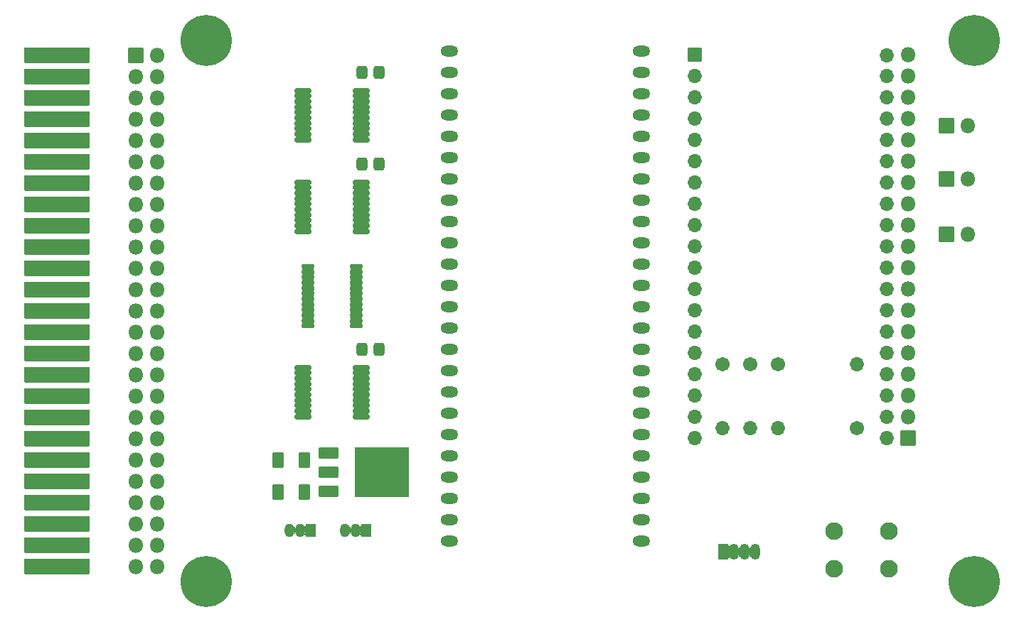
<source format=gbr>
%TF.GenerationSoftware,KiCad,Pcbnew,(6.0.7)*%
%TF.CreationDate,2022-08-24T05:19:48-07:00*%
%TF.ProjectId,TRS-IO-M1,5452532d-494f-42d4-9d31-2e6b69636164,rev?*%
%TF.SameCoordinates,Original*%
%TF.FileFunction,Soldermask,Top*%
%TF.FilePolarity,Negative*%
%FSLAX46Y46*%
G04 Gerber Fmt 4.6, Leading zero omitted, Abs format (unit mm)*
G04 Created by KiCad (PCBNEW (6.0.7)) date 2022-08-24 05:19:48*
%MOMM*%
%LPD*%
G01*
G04 APERTURE LIST*
G04 Aperture macros list*
%AMRoundRect*
0 Rectangle with rounded corners*
0 $1 Rounding radius*
0 $2 $3 $4 $5 $6 $7 $8 $9 X,Y pos of 4 corners*
0 Add a 4 corners polygon primitive as box body*
4,1,4,$2,$3,$4,$5,$6,$7,$8,$9,$2,$3,0*
0 Add four circle primitives for the rounded corners*
1,1,$1+$1,$2,$3*
1,1,$1+$1,$4,$5*
1,1,$1+$1,$6,$7*
1,1,$1+$1,$8,$9*
0 Add four rect primitives between the rounded corners*
20,1,$1+$1,$2,$3,$4,$5,0*
20,1,$1+$1,$4,$5,$6,$7,0*
20,1,$1+$1,$6,$7,$8,$9,0*
20,1,$1+$1,$8,$9,$2,$3,0*%
G04 Aperture macros list end*
%ADD10RoundRect,0.051000X0.850000X0.850000X-0.850000X0.850000X-0.850000X-0.850000X0.850000X-0.850000X0*%
%ADD11O,1.802000X1.802000*%
%ADD12C,6.102000*%
%ADD13C,0.902000*%
%ADD14C,1.702000*%
%ADD15O,1.702000X1.702000*%
%ADD16RoundRect,0.301000X-0.337500X-0.475000X0.337500X-0.475000X0.337500X0.475000X-0.337500X0.475000X0*%
%ADD17O,2.102000X1.302000*%
%ADD18RoundRect,0.151000X-0.637500X-0.100000X0.637500X-0.100000X0.637500X0.100000X-0.637500X0.100000X0*%
%ADD19RoundRect,0.051000X0.525000X0.750000X-0.525000X0.750000X-0.525000X-0.750000X0.525000X-0.750000X0*%
%ADD20O,1.152000X1.602000*%
%ADD21RoundRect,0.051000X0.850000X-0.850000X0.850000X0.850000X-0.850000X0.850000X-0.850000X-0.850000X0*%
%ADD22RoundRect,0.051000X-1.100000X-0.600000X1.100000X-0.600000X1.100000X0.600000X-1.100000X0.600000X0*%
%ADD23RoundRect,0.051000X-3.200000X-2.900000X3.200000X-2.900000X3.200000X2.900000X-3.200000X2.900000X0*%
%ADD24RoundRect,0.051000X-0.800000X-0.800000X0.800000X-0.800000X0.800000X0.800000X-0.800000X0.800000X0*%
%ADD25RoundRect,0.051000X3.810000X-0.889000X3.810000X0.889000X-3.810000X0.889000X-3.810000X-0.889000X0*%
%ADD26RoundRect,0.301000X0.412500X0.650000X-0.412500X0.650000X-0.412500X-0.650000X0.412500X-0.650000X0*%
%ADD27RoundRect,0.176000X-0.825000X-0.125000X0.825000X-0.125000X0.825000X0.125000X-0.825000X0.125000X0*%
%ADD28RoundRect,0.051000X-0.535000X-0.900000X0.535000X-0.900000X0.535000X0.900000X-0.535000X0.900000X0*%
%ADD29O,1.172000X1.902000*%
%ADD30RoundRect,0.051000X-0.850000X-0.850000X0.850000X-0.850000X0.850000X0.850000X-0.850000X0.850000X0*%
%ADD31C,2.102000*%
G04 APERTURE END LIST*
D10*
%TO.C,J6*%
X208280000Y-108400000D03*
D11*
X208280000Y-105860000D03*
X208280000Y-103320000D03*
X208280000Y-100780000D03*
X208280000Y-98240000D03*
X208280000Y-95700000D03*
X208280000Y-93160000D03*
X208280000Y-90620000D03*
X208280000Y-88080000D03*
X208280000Y-85540000D03*
X208280000Y-83000000D03*
X208280000Y-80460000D03*
X208280000Y-77920000D03*
X208280000Y-75380000D03*
X208280000Y-72840000D03*
X208280000Y-70300000D03*
X208280000Y-67760000D03*
X208280000Y-65220000D03*
X208280000Y-62680000D03*
%TD*%
D12*
%TO.C,H1*%
X124714000Y-60960000D03*
D13*
X126304990Y-62550990D03*
X123123010Y-59369010D03*
X126964000Y-60960000D03*
X124714000Y-58710000D03*
X122464000Y-60960000D03*
X124714000Y-63210000D03*
X126304990Y-59369010D03*
X123123010Y-62550990D03*
%TD*%
%TO.C,H2*%
X217744990Y-62550990D03*
X218404000Y-60960000D03*
D12*
X216154000Y-60960000D03*
D13*
X213904000Y-60960000D03*
X214563010Y-62550990D03*
X214563010Y-59369010D03*
X217744990Y-59369010D03*
X216154000Y-63210000D03*
X216154000Y-58710000D03*
%TD*%
%TO.C,H3*%
X126964000Y-125476000D03*
X124714000Y-127726000D03*
X126304990Y-123885010D03*
X123123010Y-127066990D03*
D12*
X124714000Y-125476000D03*
D13*
X122464000Y-125476000D03*
X124714000Y-123226000D03*
X126304990Y-127066990D03*
X123123010Y-123885010D03*
%TD*%
%TO.C,H4*%
X217744990Y-123885010D03*
X213904000Y-125476000D03*
X217744990Y-127066990D03*
X216154000Y-127726000D03*
X214563010Y-123885010D03*
X218404000Y-125476000D03*
X216154000Y-123226000D03*
X214563010Y-127066990D03*
D12*
X216154000Y-125476000D03*
%TD*%
D14*
%TO.C,R1*%
X186182000Y-99568000D03*
D15*
X186182000Y-107188000D03*
%TD*%
D14*
%TO.C,R2*%
X192786000Y-99568000D03*
D15*
X192786000Y-107188000D03*
%TD*%
D16*
%TO.C,C2*%
X143234500Y-75692000D03*
X145309500Y-75692000D03*
%TD*%
D17*
%TO.C,U5*%
X153650000Y-62230000D03*
X153650000Y-64770000D03*
X153650000Y-67310000D03*
X153650000Y-69850000D03*
X153650000Y-72390000D03*
X153650000Y-74930000D03*
X153650000Y-77470000D03*
X153650000Y-80010000D03*
X153650000Y-82550000D03*
X153650000Y-85090000D03*
X153650000Y-87630000D03*
X153650000Y-90170000D03*
X153650000Y-92710000D03*
X153650000Y-95250000D03*
X153650000Y-97790000D03*
X153650000Y-100330000D03*
X153650000Y-102870000D03*
X153650000Y-105410000D03*
X153650000Y-107950000D03*
X153650000Y-110490000D03*
X153650000Y-113030000D03*
X153650000Y-115570000D03*
X153650000Y-118110000D03*
X153650000Y-120650000D03*
X176550000Y-120650000D03*
X176550000Y-118110000D03*
X176550000Y-115570000D03*
X176550000Y-113030000D03*
X176550000Y-110490000D03*
X176550000Y-107950000D03*
X176550000Y-105410000D03*
X176550000Y-102870000D03*
X176550000Y-100330000D03*
X176550000Y-97790000D03*
X176550000Y-95250000D03*
X176550000Y-92710000D03*
X176550000Y-90170000D03*
X176550000Y-87630000D03*
X176550000Y-85090000D03*
X176550000Y-82550000D03*
X176550000Y-80010000D03*
X176550000Y-77470000D03*
X176550000Y-74930000D03*
X176550000Y-72390000D03*
X176550000Y-69850000D03*
X176550000Y-67310000D03*
X176550000Y-64770000D03*
X176550000Y-62230000D03*
%TD*%
D18*
%TO.C,U1*%
X136837500Y-87865000D03*
X136837500Y-88515000D03*
X136837500Y-89165000D03*
X136837500Y-89815000D03*
X136837500Y-90465000D03*
X136837500Y-91115000D03*
X136837500Y-91765000D03*
X136837500Y-92415000D03*
X136837500Y-93065000D03*
X136837500Y-93715000D03*
X136837500Y-94365000D03*
X136837500Y-95015000D03*
X142562500Y-95015000D03*
X142562500Y-94365000D03*
X142562500Y-93715000D03*
X142562500Y-93065000D03*
X142562500Y-92415000D03*
X142562500Y-91765000D03*
X142562500Y-91115000D03*
X142562500Y-90465000D03*
X142562500Y-89815000D03*
X142562500Y-89165000D03*
X142562500Y-88515000D03*
X142562500Y-87865000D03*
%TD*%
D16*
%TO.C,C1*%
X143234500Y-64770000D03*
X145309500Y-64770000D03*
%TD*%
D19*
%TO.C,Q2*%
X143764000Y-119380000D03*
D20*
X142494000Y-119380000D03*
X141224000Y-119380000D03*
%TD*%
D21*
%TO.C,J4*%
X212852000Y-71120000D03*
D11*
X215392000Y-71120000D03*
%TD*%
D22*
%TO.C,U8*%
X139310000Y-110115000D03*
D23*
X145610000Y-112395000D03*
D22*
X139310000Y-112395000D03*
X139310000Y-114675000D03*
%TD*%
D24*
%TO.C,U6*%
X182880000Y-62645000D03*
D15*
X182880000Y-65185000D03*
X182880000Y-67725000D03*
X182880000Y-70265000D03*
X182880000Y-72805000D03*
X182880000Y-75345000D03*
X182880000Y-77885000D03*
X182880000Y-80425000D03*
X182880000Y-82965000D03*
X182880000Y-85505000D03*
X182880000Y-88045000D03*
X182880000Y-90585000D03*
X182880000Y-93125000D03*
X182880000Y-95665000D03*
X182880000Y-98205000D03*
X182880000Y-100745000D03*
X182880000Y-103285000D03*
X182880000Y-105825000D03*
X182880000Y-108365000D03*
X205740000Y-108365000D03*
X205740000Y-105825000D03*
X205740000Y-103285000D03*
X205740000Y-100745000D03*
X205740000Y-98205000D03*
X205740000Y-95665000D03*
X205740000Y-93125000D03*
X205740000Y-90585000D03*
X205740000Y-88045000D03*
X205740000Y-85505000D03*
X205740000Y-82965000D03*
X205740000Y-80425000D03*
X205740000Y-77885000D03*
X205740000Y-75345000D03*
X205740000Y-72805000D03*
X205740000Y-70265000D03*
X205740000Y-67725000D03*
X205740000Y-65185000D03*
X205740000Y-62708500D03*
%TD*%
D14*
%TO.C,R4*%
X202184000Y-107188000D03*
D15*
X202184000Y-99568000D03*
%TD*%
D25*
%TO.C,J1*%
X106934000Y-123698000D03*
X106934000Y-121158000D03*
X106934000Y-118618000D03*
X106934000Y-116078000D03*
X106934000Y-113538000D03*
X106934000Y-110998000D03*
X106934000Y-108458000D03*
X106934000Y-105918000D03*
X106934000Y-103378000D03*
X106934000Y-100838000D03*
X106934000Y-98298000D03*
X106934000Y-95758000D03*
X106934000Y-93218000D03*
X106934000Y-90678000D03*
X106934000Y-88138000D03*
X106934000Y-85598000D03*
X106934000Y-83058000D03*
X106934000Y-80518000D03*
X106934000Y-77978000D03*
X106934000Y-75438000D03*
X106934000Y-72898000D03*
X106934000Y-70358000D03*
X106934000Y-67818000D03*
X106934000Y-65278000D03*
X106934000Y-62738000D03*
%TD*%
D21*
%TO.C,J5*%
X212847000Y-84074000D03*
D11*
X215387000Y-84074000D03*
%TD*%
D16*
%TO.C,C3*%
X143234500Y-97790000D03*
X145309500Y-97790000D03*
%TD*%
D21*
%TO.C,J3*%
X212852000Y-77470000D03*
D11*
X215392000Y-77470000D03*
%TD*%
D26*
%TO.C,C4*%
X136436500Y-110998000D03*
X133311500Y-110998000D03*
%TD*%
D14*
%TO.C,R3*%
X189484000Y-99568000D03*
D15*
X189484000Y-107188000D03*
%TD*%
D27*
%TO.C,U2*%
X136200000Y-66925000D03*
X136200000Y-67575000D03*
X136200000Y-68225000D03*
X136200000Y-68875000D03*
X136200000Y-69525000D03*
X136200000Y-70175000D03*
X136200000Y-70825000D03*
X136200000Y-71475000D03*
X136200000Y-72125000D03*
X136200000Y-72775000D03*
X143200000Y-72775000D03*
X143200000Y-72125000D03*
X143200000Y-71475000D03*
X143200000Y-70825000D03*
X143200000Y-70175000D03*
X143200000Y-69525000D03*
X143200000Y-68875000D03*
X143200000Y-68225000D03*
X143200000Y-67575000D03*
X143200000Y-66925000D03*
%TD*%
D28*
%TO.C,D1*%
X186314000Y-121920000D03*
D29*
X187584000Y-121920000D03*
X188854000Y-121920000D03*
X190124000Y-121920000D03*
%TD*%
D27*
%TO.C,U3*%
X136200000Y-99945000D03*
X136200000Y-100595000D03*
X136200000Y-101245000D03*
X136200000Y-101895000D03*
X136200000Y-102545000D03*
X136200000Y-103195000D03*
X136200000Y-103845000D03*
X136200000Y-104495000D03*
X136200000Y-105145000D03*
X136200000Y-105795000D03*
X143200000Y-105795000D03*
X143200000Y-105145000D03*
X143200000Y-104495000D03*
X143200000Y-103845000D03*
X143200000Y-103195000D03*
X143200000Y-102545000D03*
X143200000Y-101895000D03*
X143200000Y-101245000D03*
X143200000Y-100595000D03*
X143200000Y-99945000D03*
%TD*%
D19*
%TO.C,Q1*%
X137160000Y-119380000D03*
D20*
X135890000Y-119380000D03*
X134620000Y-119380000D03*
%TD*%
D11*
%TO.C,J2*%
X118867000Y-123703000D03*
X116327000Y-123703000D03*
X118867000Y-121163000D03*
X116327000Y-121163000D03*
X118867000Y-118623000D03*
X116327000Y-118623000D03*
X118867000Y-116083000D03*
X116327000Y-116083000D03*
X118867000Y-113543000D03*
X116327000Y-113543000D03*
X118867000Y-111003000D03*
X116327000Y-111003000D03*
X118867000Y-108463000D03*
X116327000Y-108463000D03*
X118867000Y-105923000D03*
X116327000Y-105923000D03*
X118867000Y-103383000D03*
X116327000Y-103383000D03*
X118867000Y-100843000D03*
X116327000Y-100843000D03*
X118867000Y-98303000D03*
X116327000Y-98303000D03*
X118867000Y-95763000D03*
X116327000Y-95763000D03*
X118867000Y-93223000D03*
X116327000Y-93223000D03*
X118867000Y-90683000D03*
X116327000Y-90683000D03*
X118867000Y-88143000D03*
X116327000Y-88143000D03*
X118867000Y-85603000D03*
X116327000Y-85603000D03*
X118867000Y-83063000D03*
X116327000Y-83063000D03*
X118867000Y-80523000D03*
X116327000Y-80523000D03*
X118867000Y-77983000D03*
X116327000Y-77983000D03*
X118867000Y-75443000D03*
X116327000Y-75443000D03*
X118867000Y-72903000D03*
X116327000Y-72903000D03*
X118867000Y-70363000D03*
X116327000Y-70363000D03*
X118867000Y-67823000D03*
X116327000Y-67823000D03*
X118867000Y-65283000D03*
X116327000Y-65283000D03*
X118867000Y-62743000D03*
D30*
X116327000Y-62743000D03*
%TD*%
D31*
%TO.C,SW1*%
X205994000Y-123952000D03*
X199494000Y-123952000D03*
X205994000Y-119452000D03*
X199494000Y-119452000D03*
%TD*%
D27*
%TO.C,U4*%
X136200000Y-77847000D03*
X136200000Y-78497000D03*
X136200000Y-79147000D03*
X136200000Y-79797000D03*
X136200000Y-80447000D03*
X136200000Y-81097000D03*
X136200000Y-81747000D03*
X136200000Y-82397000D03*
X136200000Y-83047000D03*
X136200000Y-83697000D03*
X143200000Y-83697000D03*
X143200000Y-83047000D03*
X143200000Y-82397000D03*
X143200000Y-81747000D03*
X143200000Y-81097000D03*
X143200000Y-80447000D03*
X143200000Y-79797000D03*
X143200000Y-79147000D03*
X143200000Y-78497000D03*
X143200000Y-77847000D03*
%TD*%
D26*
%TO.C,C5*%
X136436500Y-114808000D03*
X133311500Y-114808000D03*
%TD*%
G36*
X186901919Y-121122267D02*
G01*
X186921595Y-121189279D01*
X186973938Y-121234634D01*
X187042491Y-121244491D01*
X187105647Y-121215648D01*
X187125702Y-121193450D01*
X187147559Y-121162350D01*
X187147880Y-121161993D01*
X187156637Y-121154354D01*
X187158600Y-121153969D01*
X187159915Y-121155476D01*
X187159539Y-121157079D01*
X187078255Y-121263010D01*
X187019916Y-121403854D01*
X187000000Y-121555132D01*
X187000000Y-122284868D01*
X187019916Y-122436146D01*
X187078255Y-122576990D01*
X187157646Y-122680455D01*
X187157907Y-122682438D01*
X187156320Y-122683656D01*
X187154728Y-122683166D01*
X187143790Y-122673420D01*
X187143473Y-122673060D01*
X187126528Y-122648406D01*
X187072578Y-122604506D01*
X187003750Y-122596775D01*
X186941671Y-122627481D01*
X186905962Y-122687018D01*
X186901984Y-122718092D01*
X186900772Y-122719683D01*
X186898788Y-122719429D01*
X186898000Y-122717838D01*
X186898000Y-121122830D01*
X186899000Y-121121098D01*
X186901000Y-121121098D01*
X186901919Y-121122267D01*
G37*
G36*
X189613359Y-121273141D02*
G01*
X189613393Y-121274748D01*
X189559916Y-121403854D01*
X189540000Y-121555132D01*
X189540000Y-122284868D01*
X189559916Y-122436146D01*
X189612204Y-122562380D01*
X189611943Y-122564363D01*
X189610095Y-122565128D01*
X189608708Y-122564278D01*
X189595993Y-122545778D01*
X189595466Y-122545820D01*
X189594730Y-122545220D01*
X189561864Y-122501704D01*
X189496869Y-122477778D01*
X189429259Y-122492789D01*
X189380329Y-122542137D01*
X189374003Y-122555800D01*
X189371504Y-122562209D01*
X189371277Y-122562633D01*
X189368091Y-122567167D01*
X189366277Y-122568009D01*
X189364641Y-122566859D01*
X189364607Y-122565252D01*
X189418084Y-122436146D01*
X189438000Y-122284868D01*
X189438000Y-121555132D01*
X189418084Y-121403854D01*
X189365796Y-121277620D01*
X189366057Y-121275637D01*
X189367905Y-121274872D01*
X189369292Y-121275722D01*
X189382007Y-121294222D01*
X189382534Y-121294180D01*
X189383270Y-121294780D01*
X189416136Y-121338296D01*
X189481131Y-121362222D01*
X189548741Y-121347211D01*
X189597671Y-121297863D01*
X189603997Y-121284200D01*
X189606496Y-121277791D01*
X189606723Y-121277367D01*
X189609909Y-121272833D01*
X189611723Y-121271991D01*
X189613359Y-121273141D01*
G37*
G36*
X188343359Y-121273141D02*
G01*
X188343393Y-121274748D01*
X188289916Y-121403854D01*
X188270000Y-121555132D01*
X188270000Y-122284868D01*
X188289916Y-122436146D01*
X188342204Y-122562380D01*
X188341943Y-122564363D01*
X188340095Y-122565128D01*
X188338708Y-122564278D01*
X188325993Y-122545778D01*
X188325466Y-122545820D01*
X188324730Y-122545220D01*
X188291864Y-122501704D01*
X188226869Y-122477778D01*
X188159259Y-122492789D01*
X188110329Y-122542137D01*
X188104003Y-122555800D01*
X188101504Y-122562209D01*
X188101277Y-122562633D01*
X188098091Y-122567167D01*
X188096277Y-122568009D01*
X188094641Y-122566859D01*
X188094607Y-122565252D01*
X188148084Y-122436146D01*
X188168000Y-122284868D01*
X188168000Y-121555132D01*
X188148084Y-121403854D01*
X188095796Y-121277620D01*
X188096057Y-121275637D01*
X188097905Y-121274872D01*
X188099292Y-121275722D01*
X188112007Y-121294222D01*
X188112534Y-121294180D01*
X188113270Y-121294780D01*
X188146136Y-121338296D01*
X188211131Y-121362222D01*
X188278741Y-121347211D01*
X188327671Y-121297863D01*
X188333997Y-121284200D01*
X188336496Y-121277791D01*
X188336723Y-121277367D01*
X188339909Y-121272833D01*
X188341723Y-121271991D01*
X188343359Y-121273141D01*
G37*
G36*
X136585212Y-118752649D02*
G01*
X136586000Y-118754240D01*
X136586000Y-120005678D01*
X136585000Y-120007410D01*
X136583000Y-120007410D01*
X136582081Y-120006241D01*
X136562405Y-119939229D01*
X136510062Y-119893874D01*
X136441509Y-119884017D01*
X136378352Y-119912860D01*
X136363437Y-119929370D01*
X136361534Y-119929985D01*
X136360050Y-119928644D01*
X136360366Y-119926811D01*
X136387085Y-119891990D01*
X136444424Y-119753558D01*
X136464000Y-119604868D01*
X136464000Y-119155132D01*
X136444424Y-119006442D01*
X136387085Y-118868010D01*
X136356125Y-118827662D01*
X136355864Y-118825679D01*
X136357451Y-118824461D01*
X136358974Y-118824893D01*
X136411421Y-118867572D01*
X136480249Y-118875303D01*
X136542328Y-118844598D01*
X136578038Y-118785061D01*
X136582016Y-118753986D01*
X136583228Y-118752395D01*
X136585212Y-118752649D01*
G37*
G36*
X143189212Y-118752649D02*
G01*
X143190000Y-118754240D01*
X143190000Y-120005678D01*
X143189000Y-120007410D01*
X143187000Y-120007410D01*
X143186081Y-120006241D01*
X143166405Y-119939229D01*
X143114062Y-119893874D01*
X143045509Y-119884017D01*
X142982352Y-119912860D01*
X142967437Y-119929370D01*
X142965534Y-119929985D01*
X142964050Y-119928644D01*
X142964366Y-119926811D01*
X142991085Y-119891990D01*
X143048424Y-119753558D01*
X143068000Y-119604868D01*
X143068000Y-119155132D01*
X143048424Y-119006442D01*
X142991085Y-118868010D01*
X142960125Y-118827662D01*
X142959864Y-118825679D01*
X142961451Y-118824461D01*
X142962974Y-118824893D01*
X143015421Y-118867572D01*
X143084249Y-118875303D01*
X143146328Y-118844598D01*
X143182038Y-118785061D01*
X143186016Y-118753986D01*
X143187228Y-118752395D01*
X143189212Y-118752649D01*
G37*
G36*
X141992076Y-118878004D02*
G01*
X141992110Y-118879611D01*
X141939576Y-119006442D01*
X141920000Y-119155132D01*
X141920000Y-119604868D01*
X141939576Y-119753558D01*
X141990941Y-119877565D01*
X141990680Y-119879548D01*
X141988832Y-119880313D01*
X141987445Y-119879463D01*
X141982707Y-119872570D01*
X141982484Y-119872144D01*
X141973930Y-119849506D01*
X141932008Y-119794002D01*
X141867013Y-119770075D01*
X141799403Y-119785087D01*
X141750474Y-119834436D01*
X141744149Y-119848094D01*
X141732689Y-119877487D01*
X141732462Y-119877910D01*
X141729374Y-119882304D01*
X141727560Y-119883146D01*
X141725924Y-119881996D01*
X141725890Y-119880389D01*
X141778424Y-119753558D01*
X141798000Y-119604868D01*
X141798000Y-119155132D01*
X141778424Y-119006442D01*
X141727059Y-118882435D01*
X141727320Y-118880452D01*
X141729168Y-118879687D01*
X141730555Y-118880537D01*
X141735293Y-118887430D01*
X141735516Y-118887856D01*
X141744070Y-118910494D01*
X141785992Y-118965998D01*
X141850987Y-118989925D01*
X141918597Y-118974913D01*
X141967526Y-118925564D01*
X141973851Y-118911906D01*
X141985311Y-118882513D01*
X141985538Y-118882090D01*
X141988626Y-118877696D01*
X141990440Y-118876854D01*
X141992076Y-118878004D01*
G37*
G36*
X135388076Y-118878004D02*
G01*
X135388110Y-118879611D01*
X135335576Y-119006442D01*
X135316000Y-119155132D01*
X135316000Y-119604868D01*
X135335576Y-119753558D01*
X135386941Y-119877565D01*
X135386680Y-119879548D01*
X135384832Y-119880313D01*
X135383445Y-119879463D01*
X135378707Y-119872570D01*
X135378484Y-119872144D01*
X135369930Y-119849506D01*
X135328008Y-119794002D01*
X135263013Y-119770075D01*
X135195403Y-119785087D01*
X135146474Y-119834436D01*
X135140149Y-119848094D01*
X135128689Y-119877487D01*
X135128462Y-119877910D01*
X135125374Y-119882304D01*
X135123560Y-119883146D01*
X135121924Y-119881996D01*
X135121890Y-119880389D01*
X135174424Y-119753558D01*
X135194000Y-119604868D01*
X135194000Y-119155132D01*
X135174424Y-119006442D01*
X135123059Y-118882435D01*
X135123320Y-118880452D01*
X135125168Y-118879687D01*
X135126555Y-118880537D01*
X135131293Y-118887430D01*
X135131516Y-118887856D01*
X135140070Y-118910494D01*
X135181992Y-118965998D01*
X135246987Y-118989925D01*
X135314597Y-118974913D01*
X135363526Y-118925564D01*
X135369851Y-118911906D01*
X135381311Y-118882513D01*
X135381538Y-118882090D01*
X135384626Y-118877696D01*
X135386440Y-118876854D01*
X135388076Y-118878004D01*
G37*
G36*
X144149250Y-105395788D02*
G01*
X144149010Y-105396876D01*
X144123353Y-105443961D01*
X144128359Y-105513114D01*
X144146594Y-105541433D01*
X144146690Y-105543431D01*
X144145009Y-105544514D01*
X144143801Y-105544179D01*
X144091573Y-105509282D01*
X144024801Y-105496000D01*
X142375199Y-105496000D01*
X142308427Y-105509282D01*
X142253857Y-105545744D01*
X142251861Y-105545875D01*
X142250750Y-105544212D01*
X142250990Y-105543124D01*
X142276647Y-105496039D01*
X142271641Y-105426886D01*
X142253406Y-105398567D01*
X142253310Y-105396569D01*
X142254991Y-105395486D01*
X142256199Y-105395821D01*
X142308427Y-105430718D01*
X142375199Y-105444000D01*
X144024801Y-105444000D01*
X144091573Y-105430718D01*
X144146143Y-105394256D01*
X144148139Y-105394125D01*
X144149250Y-105395788D01*
G37*
G36*
X137149250Y-105395788D02*
G01*
X137149010Y-105396876D01*
X137123353Y-105443961D01*
X137128359Y-105513114D01*
X137146594Y-105541433D01*
X137146690Y-105543431D01*
X137145009Y-105544514D01*
X137143801Y-105544179D01*
X137091573Y-105509282D01*
X137024801Y-105496000D01*
X135375199Y-105496000D01*
X135308427Y-105509282D01*
X135253857Y-105545744D01*
X135251861Y-105545875D01*
X135250750Y-105544212D01*
X135250990Y-105543124D01*
X135276647Y-105496039D01*
X135271641Y-105426886D01*
X135253406Y-105398567D01*
X135253310Y-105396569D01*
X135254991Y-105395486D01*
X135256199Y-105395821D01*
X135308427Y-105430718D01*
X135375199Y-105444000D01*
X137024801Y-105444000D01*
X137091573Y-105430718D01*
X137146143Y-105394256D01*
X137148139Y-105394125D01*
X137149250Y-105395788D01*
G37*
G36*
X137149250Y-104745788D02*
G01*
X137149010Y-104746876D01*
X137123353Y-104793961D01*
X137128359Y-104863114D01*
X137146594Y-104891433D01*
X137146690Y-104893431D01*
X137145009Y-104894514D01*
X137143801Y-104894179D01*
X137091573Y-104859282D01*
X137024801Y-104846000D01*
X135375199Y-104846000D01*
X135308427Y-104859282D01*
X135253857Y-104895744D01*
X135251861Y-104895875D01*
X135250750Y-104894212D01*
X135250990Y-104893124D01*
X135276647Y-104846039D01*
X135271641Y-104776886D01*
X135253406Y-104748567D01*
X135253310Y-104746569D01*
X135254991Y-104745486D01*
X135256199Y-104745821D01*
X135308427Y-104780718D01*
X135375199Y-104794000D01*
X137024801Y-104794000D01*
X137091573Y-104780718D01*
X137146143Y-104744256D01*
X137148139Y-104744125D01*
X137149250Y-104745788D01*
G37*
G36*
X144149250Y-104745788D02*
G01*
X144149010Y-104746876D01*
X144123353Y-104793961D01*
X144128359Y-104863114D01*
X144146594Y-104891433D01*
X144146690Y-104893431D01*
X144145009Y-104894514D01*
X144143801Y-104894179D01*
X144091573Y-104859282D01*
X144024801Y-104846000D01*
X142375199Y-104846000D01*
X142308427Y-104859282D01*
X142253857Y-104895744D01*
X142251861Y-104895875D01*
X142250750Y-104894212D01*
X142250990Y-104893124D01*
X142276647Y-104846039D01*
X142271641Y-104776886D01*
X142253406Y-104748567D01*
X142253310Y-104746569D01*
X142254991Y-104745486D01*
X142256199Y-104745821D01*
X142308427Y-104780718D01*
X142375199Y-104794000D01*
X144024801Y-104794000D01*
X144091573Y-104780718D01*
X144146143Y-104744256D01*
X144148139Y-104744125D01*
X144149250Y-104745788D01*
G37*
G36*
X144149250Y-104095788D02*
G01*
X144149010Y-104096876D01*
X144123353Y-104143961D01*
X144128359Y-104213114D01*
X144146594Y-104241433D01*
X144146690Y-104243431D01*
X144145009Y-104244514D01*
X144143801Y-104244179D01*
X144091573Y-104209282D01*
X144024801Y-104196000D01*
X142375199Y-104196000D01*
X142308427Y-104209282D01*
X142253857Y-104245744D01*
X142251861Y-104245875D01*
X142250750Y-104244212D01*
X142250990Y-104243124D01*
X142276647Y-104196039D01*
X142271641Y-104126886D01*
X142253406Y-104098567D01*
X142253310Y-104096569D01*
X142254991Y-104095486D01*
X142256199Y-104095821D01*
X142308427Y-104130718D01*
X142375199Y-104144000D01*
X144024801Y-104144000D01*
X144091573Y-104130718D01*
X144146143Y-104094256D01*
X144148139Y-104094125D01*
X144149250Y-104095788D01*
G37*
G36*
X137149250Y-104095788D02*
G01*
X137149010Y-104096876D01*
X137123353Y-104143961D01*
X137128359Y-104213114D01*
X137146594Y-104241433D01*
X137146690Y-104243431D01*
X137145009Y-104244514D01*
X137143801Y-104244179D01*
X137091573Y-104209282D01*
X137024801Y-104196000D01*
X135375199Y-104196000D01*
X135308427Y-104209282D01*
X135253857Y-104245744D01*
X135251861Y-104245875D01*
X135250750Y-104244212D01*
X135250990Y-104243124D01*
X135276647Y-104196039D01*
X135271641Y-104126886D01*
X135253406Y-104098567D01*
X135253310Y-104096569D01*
X135254991Y-104095486D01*
X135256199Y-104095821D01*
X135308427Y-104130718D01*
X135375199Y-104144000D01*
X137024801Y-104144000D01*
X137091573Y-104130718D01*
X137146143Y-104094256D01*
X137148139Y-104094125D01*
X137149250Y-104095788D01*
G37*
G36*
X137149250Y-103445788D02*
G01*
X137149010Y-103446876D01*
X137123353Y-103493961D01*
X137128359Y-103563114D01*
X137146594Y-103591433D01*
X137146690Y-103593431D01*
X137145009Y-103594514D01*
X137143801Y-103594179D01*
X137091573Y-103559282D01*
X137024801Y-103546000D01*
X135375199Y-103546000D01*
X135308427Y-103559282D01*
X135253857Y-103595744D01*
X135251861Y-103595875D01*
X135250750Y-103594212D01*
X135250990Y-103593124D01*
X135276647Y-103546039D01*
X135271641Y-103476886D01*
X135253406Y-103448567D01*
X135253310Y-103446569D01*
X135254991Y-103445486D01*
X135256199Y-103445821D01*
X135308427Y-103480718D01*
X135375199Y-103494000D01*
X137024801Y-103494000D01*
X137091573Y-103480718D01*
X137146143Y-103444256D01*
X137148139Y-103444125D01*
X137149250Y-103445788D01*
G37*
G36*
X144149250Y-103445788D02*
G01*
X144149010Y-103446876D01*
X144123353Y-103493961D01*
X144128359Y-103563114D01*
X144146594Y-103591433D01*
X144146690Y-103593431D01*
X144145009Y-103594514D01*
X144143801Y-103594179D01*
X144091573Y-103559282D01*
X144024801Y-103546000D01*
X142375199Y-103546000D01*
X142308427Y-103559282D01*
X142253857Y-103595744D01*
X142251861Y-103595875D01*
X142250750Y-103594212D01*
X142250990Y-103593124D01*
X142276647Y-103546039D01*
X142271641Y-103476886D01*
X142253406Y-103448567D01*
X142253310Y-103446569D01*
X142254991Y-103445486D01*
X142256199Y-103445821D01*
X142308427Y-103480718D01*
X142375199Y-103494000D01*
X144024801Y-103494000D01*
X144091573Y-103480718D01*
X144146143Y-103444256D01*
X144148139Y-103444125D01*
X144149250Y-103445788D01*
G37*
G36*
X144149250Y-102795788D02*
G01*
X144149010Y-102796876D01*
X144123353Y-102843961D01*
X144128359Y-102913114D01*
X144146594Y-102941433D01*
X144146690Y-102943431D01*
X144145009Y-102944514D01*
X144143801Y-102944179D01*
X144091573Y-102909282D01*
X144024801Y-102896000D01*
X142375199Y-102896000D01*
X142308427Y-102909282D01*
X142253857Y-102945744D01*
X142251861Y-102945875D01*
X142250750Y-102944212D01*
X142250990Y-102943124D01*
X142276647Y-102896039D01*
X142271641Y-102826886D01*
X142253406Y-102798567D01*
X142253310Y-102796569D01*
X142254991Y-102795486D01*
X142256199Y-102795821D01*
X142308427Y-102830718D01*
X142375199Y-102844000D01*
X144024801Y-102844000D01*
X144091573Y-102830718D01*
X144146143Y-102794256D01*
X144148139Y-102794125D01*
X144149250Y-102795788D01*
G37*
G36*
X137149250Y-102795788D02*
G01*
X137149010Y-102796876D01*
X137123353Y-102843961D01*
X137128359Y-102913114D01*
X137146594Y-102941433D01*
X137146690Y-102943431D01*
X137145009Y-102944514D01*
X137143801Y-102944179D01*
X137091573Y-102909282D01*
X137024801Y-102896000D01*
X135375199Y-102896000D01*
X135308427Y-102909282D01*
X135253857Y-102945744D01*
X135251861Y-102945875D01*
X135250750Y-102944212D01*
X135250990Y-102943124D01*
X135276647Y-102896039D01*
X135271641Y-102826886D01*
X135253406Y-102798567D01*
X135253310Y-102796569D01*
X135254991Y-102795486D01*
X135256199Y-102795821D01*
X135308427Y-102830718D01*
X135375199Y-102844000D01*
X137024801Y-102844000D01*
X137091573Y-102830718D01*
X137146143Y-102794256D01*
X137148139Y-102794125D01*
X137149250Y-102795788D01*
G37*
G36*
X137149250Y-102145788D02*
G01*
X137149010Y-102146876D01*
X137123353Y-102193961D01*
X137128359Y-102263114D01*
X137146594Y-102291433D01*
X137146690Y-102293431D01*
X137145009Y-102294514D01*
X137143801Y-102294179D01*
X137091573Y-102259282D01*
X137024801Y-102246000D01*
X135375199Y-102246000D01*
X135308427Y-102259282D01*
X135253857Y-102295744D01*
X135251861Y-102295875D01*
X135250750Y-102294212D01*
X135250990Y-102293124D01*
X135276647Y-102246039D01*
X135271641Y-102176886D01*
X135253406Y-102148567D01*
X135253310Y-102146569D01*
X135254991Y-102145486D01*
X135256199Y-102145821D01*
X135308427Y-102180718D01*
X135375199Y-102194000D01*
X137024801Y-102194000D01*
X137091573Y-102180718D01*
X137146143Y-102144256D01*
X137148139Y-102144125D01*
X137149250Y-102145788D01*
G37*
G36*
X144149250Y-102145788D02*
G01*
X144149010Y-102146876D01*
X144123353Y-102193961D01*
X144128359Y-102263114D01*
X144146594Y-102291433D01*
X144146690Y-102293431D01*
X144145009Y-102294514D01*
X144143801Y-102294179D01*
X144091573Y-102259282D01*
X144024801Y-102246000D01*
X142375199Y-102246000D01*
X142308427Y-102259282D01*
X142253857Y-102295744D01*
X142251861Y-102295875D01*
X142250750Y-102294212D01*
X142250990Y-102293124D01*
X142276647Y-102246039D01*
X142271641Y-102176886D01*
X142253406Y-102148567D01*
X142253310Y-102146569D01*
X142254991Y-102145486D01*
X142256199Y-102145821D01*
X142308427Y-102180718D01*
X142375199Y-102194000D01*
X144024801Y-102194000D01*
X144091573Y-102180718D01*
X144146143Y-102144256D01*
X144148139Y-102144125D01*
X144149250Y-102145788D01*
G37*
G36*
X144149250Y-101495788D02*
G01*
X144149010Y-101496876D01*
X144123353Y-101543961D01*
X144128359Y-101613114D01*
X144146594Y-101641433D01*
X144146690Y-101643431D01*
X144145009Y-101644514D01*
X144143801Y-101644179D01*
X144091573Y-101609282D01*
X144024801Y-101596000D01*
X142375199Y-101596000D01*
X142308427Y-101609282D01*
X142253857Y-101645744D01*
X142251861Y-101645875D01*
X142250750Y-101644212D01*
X142250990Y-101643124D01*
X142276647Y-101596039D01*
X142271641Y-101526886D01*
X142253406Y-101498567D01*
X142253310Y-101496569D01*
X142254991Y-101495486D01*
X142256199Y-101495821D01*
X142308427Y-101530718D01*
X142375199Y-101544000D01*
X144024801Y-101544000D01*
X144091573Y-101530718D01*
X144146143Y-101494256D01*
X144148139Y-101494125D01*
X144149250Y-101495788D01*
G37*
G36*
X137149250Y-101495788D02*
G01*
X137149010Y-101496876D01*
X137123353Y-101543961D01*
X137128359Y-101613114D01*
X137146594Y-101641433D01*
X137146690Y-101643431D01*
X137145009Y-101644514D01*
X137143801Y-101644179D01*
X137091573Y-101609282D01*
X137024801Y-101596000D01*
X135375199Y-101596000D01*
X135308427Y-101609282D01*
X135253857Y-101645744D01*
X135251861Y-101645875D01*
X135250750Y-101644212D01*
X135250990Y-101643124D01*
X135276647Y-101596039D01*
X135271641Y-101526886D01*
X135253406Y-101498567D01*
X135253310Y-101496569D01*
X135254991Y-101495486D01*
X135256199Y-101495821D01*
X135308427Y-101530718D01*
X135375199Y-101544000D01*
X137024801Y-101544000D01*
X137091573Y-101530718D01*
X137146143Y-101494256D01*
X137148139Y-101494125D01*
X137149250Y-101495788D01*
G37*
G36*
X137149250Y-100845788D02*
G01*
X137149010Y-100846876D01*
X137123353Y-100893961D01*
X137128359Y-100963114D01*
X137146594Y-100991433D01*
X137146690Y-100993431D01*
X137145009Y-100994514D01*
X137143801Y-100994179D01*
X137091573Y-100959282D01*
X137024801Y-100946000D01*
X135375199Y-100946000D01*
X135308427Y-100959282D01*
X135253857Y-100995744D01*
X135251861Y-100995875D01*
X135250750Y-100994212D01*
X135250990Y-100993124D01*
X135276647Y-100946039D01*
X135271641Y-100876886D01*
X135253406Y-100848567D01*
X135253310Y-100846569D01*
X135254991Y-100845486D01*
X135256199Y-100845821D01*
X135308427Y-100880718D01*
X135375199Y-100894000D01*
X137024801Y-100894000D01*
X137091573Y-100880718D01*
X137146143Y-100844256D01*
X137148139Y-100844125D01*
X137149250Y-100845788D01*
G37*
G36*
X144149250Y-100845788D02*
G01*
X144149010Y-100846876D01*
X144123353Y-100893961D01*
X144128359Y-100963114D01*
X144146594Y-100991433D01*
X144146690Y-100993431D01*
X144145009Y-100994514D01*
X144143801Y-100994179D01*
X144091573Y-100959282D01*
X144024801Y-100946000D01*
X142375199Y-100946000D01*
X142308427Y-100959282D01*
X142253857Y-100995744D01*
X142251861Y-100995875D01*
X142250750Y-100994212D01*
X142250990Y-100993124D01*
X142276647Y-100946039D01*
X142271641Y-100876886D01*
X142253406Y-100848567D01*
X142253310Y-100846569D01*
X142254991Y-100845486D01*
X142256199Y-100845821D01*
X142308427Y-100880718D01*
X142375199Y-100894000D01*
X144024801Y-100894000D01*
X144091573Y-100880718D01*
X144146143Y-100844256D01*
X144148139Y-100844125D01*
X144149250Y-100845788D01*
G37*
G36*
X137149250Y-100195788D02*
G01*
X137149010Y-100196876D01*
X137123353Y-100243961D01*
X137128359Y-100313114D01*
X137146594Y-100341433D01*
X137146690Y-100343431D01*
X137145009Y-100344514D01*
X137143801Y-100344179D01*
X137091573Y-100309282D01*
X137024801Y-100296000D01*
X135375199Y-100296000D01*
X135308427Y-100309282D01*
X135253857Y-100345744D01*
X135251861Y-100345875D01*
X135250750Y-100344212D01*
X135250990Y-100343124D01*
X135276647Y-100296039D01*
X135271641Y-100226886D01*
X135253406Y-100198567D01*
X135253310Y-100196569D01*
X135254991Y-100195486D01*
X135256199Y-100195821D01*
X135308427Y-100230718D01*
X135375199Y-100244000D01*
X137024801Y-100244000D01*
X137091573Y-100230718D01*
X137146143Y-100194256D01*
X137148139Y-100194125D01*
X137149250Y-100195788D01*
G37*
G36*
X144149250Y-100195788D02*
G01*
X144149010Y-100196876D01*
X144123353Y-100243961D01*
X144128359Y-100313114D01*
X144146594Y-100341433D01*
X144146690Y-100343431D01*
X144145009Y-100344514D01*
X144143801Y-100344179D01*
X144091573Y-100309282D01*
X144024801Y-100296000D01*
X142375199Y-100296000D01*
X142308427Y-100309282D01*
X142253857Y-100345744D01*
X142251861Y-100345875D01*
X142250750Y-100344212D01*
X142250990Y-100343124D01*
X142276647Y-100296039D01*
X142271641Y-100226886D01*
X142253406Y-100198567D01*
X142253310Y-100196569D01*
X142254991Y-100195486D01*
X142256199Y-100195821D01*
X142308427Y-100230718D01*
X142375199Y-100244000D01*
X144024801Y-100244000D01*
X144091573Y-100230718D01*
X144146143Y-100194256D01*
X144148139Y-100194125D01*
X144149250Y-100195788D01*
G37*
G36*
X143277587Y-94592477D02*
G01*
X143277126Y-94593891D01*
X143237803Y-94640944D01*
X143229170Y-94709660D01*
X143259133Y-94772289D01*
X143267803Y-94779800D01*
X143268457Y-94781690D01*
X143267147Y-94783202D01*
X143265382Y-94782975D01*
X143257006Y-94777379D01*
X143199801Y-94766000D01*
X141925199Y-94766000D01*
X141867994Y-94777379D01*
X141850520Y-94789055D01*
X141848524Y-94789186D01*
X141847413Y-94787523D01*
X141847874Y-94786109D01*
X141887197Y-94739056D01*
X141895830Y-94670340D01*
X141865867Y-94607711D01*
X141857197Y-94600200D01*
X141856543Y-94598310D01*
X141857853Y-94596798D01*
X141859618Y-94597025D01*
X141867994Y-94602621D01*
X141925199Y-94614000D01*
X143199801Y-94614000D01*
X143257006Y-94602621D01*
X143274480Y-94590945D01*
X143276476Y-94590814D01*
X143277587Y-94592477D01*
G37*
G36*
X137552587Y-94592477D02*
G01*
X137552126Y-94593891D01*
X137512803Y-94640944D01*
X137504170Y-94709660D01*
X137534133Y-94772289D01*
X137542803Y-94779800D01*
X137543457Y-94781690D01*
X137542147Y-94783202D01*
X137540382Y-94782975D01*
X137532006Y-94777379D01*
X137474801Y-94766000D01*
X136200199Y-94766000D01*
X136142994Y-94777379D01*
X136125520Y-94789055D01*
X136123524Y-94789186D01*
X136122413Y-94787523D01*
X136122874Y-94786109D01*
X136162197Y-94739056D01*
X136170830Y-94670340D01*
X136140867Y-94607711D01*
X136132197Y-94600200D01*
X136131543Y-94598310D01*
X136132853Y-94596798D01*
X136134618Y-94597025D01*
X136142994Y-94602621D01*
X136200199Y-94614000D01*
X137474801Y-94614000D01*
X137532006Y-94602621D01*
X137549480Y-94590945D01*
X137551476Y-94590814D01*
X137552587Y-94592477D01*
G37*
G36*
X137552587Y-93942477D02*
G01*
X137552126Y-93943891D01*
X137512803Y-93990944D01*
X137504170Y-94059660D01*
X137534133Y-94122289D01*
X137542803Y-94129800D01*
X137543457Y-94131690D01*
X137542147Y-94133202D01*
X137540382Y-94132975D01*
X137532006Y-94127379D01*
X137474801Y-94116000D01*
X136200199Y-94116000D01*
X136142994Y-94127379D01*
X136125520Y-94139055D01*
X136123524Y-94139186D01*
X136122413Y-94137523D01*
X136122874Y-94136109D01*
X136162197Y-94089056D01*
X136170830Y-94020340D01*
X136140867Y-93957711D01*
X136132197Y-93950200D01*
X136131543Y-93948310D01*
X136132853Y-93946798D01*
X136134618Y-93947025D01*
X136142994Y-93952621D01*
X136200199Y-93964000D01*
X137474801Y-93964000D01*
X137532006Y-93952621D01*
X137549480Y-93940945D01*
X137551476Y-93940814D01*
X137552587Y-93942477D01*
G37*
G36*
X143277587Y-93942477D02*
G01*
X143277126Y-93943891D01*
X143237803Y-93990944D01*
X143229170Y-94059660D01*
X143259133Y-94122289D01*
X143267803Y-94129800D01*
X143268457Y-94131690D01*
X143267147Y-94133202D01*
X143265382Y-94132975D01*
X143257006Y-94127379D01*
X143199801Y-94116000D01*
X141925199Y-94116000D01*
X141867994Y-94127379D01*
X141850520Y-94139055D01*
X141848524Y-94139186D01*
X141847413Y-94137523D01*
X141847874Y-94136109D01*
X141887197Y-94089056D01*
X141895830Y-94020340D01*
X141865867Y-93957711D01*
X141857197Y-93950200D01*
X141856543Y-93948310D01*
X141857853Y-93946798D01*
X141859618Y-93947025D01*
X141867994Y-93952621D01*
X141925199Y-93964000D01*
X143199801Y-93964000D01*
X143257006Y-93952621D01*
X143274480Y-93940945D01*
X143276476Y-93940814D01*
X143277587Y-93942477D01*
G37*
G36*
X137552587Y-93292477D02*
G01*
X137552126Y-93293891D01*
X137512803Y-93340944D01*
X137504170Y-93409660D01*
X137534133Y-93472289D01*
X137542803Y-93479800D01*
X137543457Y-93481690D01*
X137542147Y-93483202D01*
X137540382Y-93482975D01*
X137532006Y-93477379D01*
X137474801Y-93466000D01*
X136200199Y-93466000D01*
X136142994Y-93477379D01*
X136125520Y-93489055D01*
X136123524Y-93489186D01*
X136122413Y-93487523D01*
X136122874Y-93486109D01*
X136162197Y-93439056D01*
X136170830Y-93370340D01*
X136140867Y-93307711D01*
X136132197Y-93300200D01*
X136131543Y-93298310D01*
X136132853Y-93296798D01*
X136134618Y-93297025D01*
X136142994Y-93302621D01*
X136200199Y-93314000D01*
X137474801Y-93314000D01*
X137532006Y-93302621D01*
X137549480Y-93290945D01*
X137551476Y-93290814D01*
X137552587Y-93292477D01*
G37*
G36*
X143277587Y-93292477D02*
G01*
X143277126Y-93293891D01*
X143237803Y-93340944D01*
X143229170Y-93409660D01*
X143259133Y-93472289D01*
X143267803Y-93479800D01*
X143268457Y-93481690D01*
X143267147Y-93483202D01*
X143265382Y-93482975D01*
X143257006Y-93477379D01*
X143199801Y-93466000D01*
X141925199Y-93466000D01*
X141867994Y-93477379D01*
X141850520Y-93489055D01*
X141848524Y-93489186D01*
X141847413Y-93487523D01*
X141847874Y-93486109D01*
X141887197Y-93439056D01*
X141895830Y-93370340D01*
X141865867Y-93307711D01*
X141857197Y-93300200D01*
X141856543Y-93298310D01*
X141857853Y-93296798D01*
X141859618Y-93297025D01*
X141867994Y-93302621D01*
X141925199Y-93314000D01*
X143199801Y-93314000D01*
X143257006Y-93302621D01*
X143274480Y-93290945D01*
X143276476Y-93290814D01*
X143277587Y-93292477D01*
G37*
G36*
X137552587Y-92642477D02*
G01*
X137552126Y-92643891D01*
X137512803Y-92690944D01*
X137504170Y-92759660D01*
X137534133Y-92822289D01*
X137542803Y-92829800D01*
X137543457Y-92831690D01*
X137542147Y-92833202D01*
X137540382Y-92832975D01*
X137532006Y-92827379D01*
X137474801Y-92816000D01*
X136200199Y-92816000D01*
X136142994Y-92827379D01*
X136125520Y-92839055D01*
X136123524Y-92839186D01*
X136122413Y-92837523D01*
X136122874Y-92836109D01*
X136162197Y-92789056D01*
X136170830Y-92720340D01*
X136140867Y-92657711D01*
X136132197Y-92650200D01*
X136131543Y-92648310D01*
X136132853Y-92646798D01*
X136134618Y-92647025D01*
X136142994Y-92652621D01*
X136200199Y-92664000D01*
X137474801Y-92664000D01*
X137532006Y-92652621D01*
X137549480Y-92640945D01*
X137551476Y-92640814D01*
X137552587Y-92642477D01*
G37*
G36*
X143277587Y-92642477D02*
G01*
X143277126Y-92643891D01*
X143237803Y-92690944D01*
X143229170Y-92759660D01*
X143259133Y-92822289D01*
X143267803Y-92829800D01*
X143268457Y-92831690D01*
X143267147Y-92833202D01*
X143265382Y-92832975D01*
X143257006Y-92827379D01*
X143199801Y-92816000D01*
X141925199Y-92816000D01*
X141867994Y-92827379D01*
X141850520Y-92839055D01*
X141848524Y-92839186D01*
X141847413Y-92837523D01*
X141847874Y-92836109D01*
X141887197Y-92789056D01*
X141895830Y-92720340D01*
X141865867Y-92657711D01*
X141857197Y-92650200D01*
X141856543Y-92648310D01*
X141857853Y-92646798D01*
X141859618Y-92647025D01*
X141867994Y-92652621D01*
X141925199Y-92664000D01*
X143199801Y-92664000D01*
X143257006Y-92652621D01*
X143274480Y-92640945D01*
X143276476Y-92640814D01*
X143277587Y-92642477D01*
G37*
G36*
X137552587Y-91992477D02*
G01*
X137552126Y-91993891D01*
X137512803Y-92040944D01*
X137504170Y-92109660D01*
X137534133Y-92172289D01*
X137542803Y-92179800D01*
X137543457Y-92181690D01*
X137542147Y-92183202D01*
X137540382Y-92182975D01*
X137532006Y-92177379D01*
X137474801Y-92166000D01*
X136200199Y-92166000D01*
X136142994Y-92177379D01*
X136125520Y-92189055D01*
X136123524Y-92189186D01*
X136122413Y-92187523D01*
X136122874Y-92186109D01*
X136162197Y-92139056D01*
X136170830Y-92070340D01*
X136140867Y-92007711D01*
X136132197Y-92000200D01*
X136131543Y-91998310D01*
X136132853Y-91996798D01*
X136134618Y-91997025D01*
X136142994Y-92002621D01*
X136200199Y-92014000D01*
X137474801Y-92014000D01*
X137532006Y-92002621D01*
X137549480Y-91990945D01*
X137551476Y-91990814D01*
X137552587Y-91992477D01*
G37*
G36*
X143277587Y-91992477D02*
G01*
X143277126Y-91993891D01*
X143237803Y-92040944D01*
X143229170Y-92109660D01*
X143259133Y-92172289D01*
X143267803Y-92179800D01*
X143268457Y-92181690D01*
X143267147Y-92183202D01*
X143265382Y-92182975D01*
X143257006Y-92177379D01*
X143199801Y-92166000D01*
X141925199Y-92166000D01*
X141867994Y-92177379D01*
X141850520Y-92189055D01*
X141848524Y-92189186D01*
X141847413Y-92187523D01*
X141847874Y-92186109D01*
X141887197Y-92139056D01*
X141895830Y-92070340D01*
X141865867Y-92007711D01*
X141857197Y-92000200D01*
X141856543Y-91998310D01*
X141857853Y-91996798D01*
X141859618Y-91997025D01*
X141867994Y-92002621D01*
X141925199Y-92014000D01*
X143199801Y-92014000D01*
X143257006Y-92002621D01*
X143274480Y-91990945D01*
X143276476Y-91990814D01*
X143277587Y-91992477D01*
G37*
G36*
X143277587Y-91342477D02*
G01*
X143277126Y-91343891D01*
X143237803Y-91390944D01*
X143229170Y-91459660D01*
X143259133Y-91522289D01*
X143267803Y-91529800D01*
X143268457Y-91531690D01*
X143267147Y-91533202D01*
X143265382Y-91532975D01*
X143257006Y-91527379D01*
X143199801Y-91516000D01*
X141925199Y-91516000D01*
X141867994Y-91527379D01*
X141850520Y-91539055D01*
X141848524Y-91539186D01*
X141847413Y-91537523D01*
X141847874Y-91536109D01*
X141887197Y-91489056D01*
X141895830Y-91420340D01*
X141865867Y-91357711D01*
X141857197Y-91350200D01*
X141856543Y-91348310D01*
X141857853Y-91346798D01*
X141859618Y-91347025D01*
X141867994Y-91352621D01*
X141925199Y-91364000D01*
X143199801Y-91364000D01*
X143257006Y-91352621D01*
X143274480Y-91340945D01*
X143276476Y-91340814D01*
X143277587Y-91342477D01*
G37*
G36*
X137552587Y-91342477D02*
G01*
X137552126Y-91343891D01*
X137512803Y-91390944D01*
X137504170Y-91459660D01*
X137534133Y-91522289D01*
X137542803Y-91529800D01*
X137543457Y-91531690D01*
X137542147Y-91533202D01*
X137540382Y-91532975D01*
X137532006Y-91527379D01*
X137474801Y-91516000D01*
X136200199Y-91516000D01*
X136142994Y-91527379D01*
X136125520Y-91539055D01*
X136123524Y-91539186D01*
X136122413Y-91537523D01*
X136122874Y-91536109D01*
X136162197Y-91489056D01*
X136170830Y-91420340D01*
X136140867Y-91357711D01*
X136132197Y-91350200D01*
X136131543Y-91348310D01*
X136132853Y-91346798D01*
X136134618Y-91347025D01*
X136142994Y-91352621D01*
X136200199Y-91364000D01*
X137474801Y-91364000D01*
X137532006Y-91352621D01*
X137549480Y-91340945D01*
X137551476Y-91340814D01*
X137552587Y-91342477D01*
G37*
G36*
X137552587Y-90692477D02*
G01*
X137552126Y-90693891D01*
X137512803Y-90740944D01*
X137504170Y-90809660D01*
X137534133Y-90872289D01*
X137542803Y-90879800D01*
X137543457Y-90881690D01*
X137542147Y-90883202D01*
X137540382Y-90882975D01*
X137532006Y-90877379D01*
X137474801Y-90866000D01*
X136200199Y-90866000D01*
X136142994Y-90877379D01*
X136125520Y-90889055D01*
X136123524Y-90889186D01*
X136122413Y-90887523D01*
X136122874Y-90886109D01*
X136162197Y-90839056D01*
X136170830Y-90770340D01*
X136140867Y-90707711D01*
X136132197Y-90700200D01*
X136131543Y-90698310D01*
X136132853Y-90696798D01*
X136134618Y-90697025D01*
X136142994Y-90702621D01*
X136200199Y-90714000D01*
X137474801Y-90714000D01*
X137532006Y-90702621D01*
X137549480Y-90690945D01*
X137551476Y-90690814D01*
X137552587Y-90692477D01*
G37*
G36*
X143277587Y-90692477D02*
G01*
X143277126Y-90693891D01*
X143237803Y-90740944D01*
X143229170Y-90809660D01*
X143259133Y-90872289D01*
X143267803Y-90879800D01*
X143268457Y-90881690D01*
X143267147Y-90883202D01*
X143265382Y-90882975D01*
X143257006Y-90877379D01*
X143199801Y-90866000D01*
X141925199Y-90866000D01*
X141867994Y-90877379D01*
X141850520Y-90889055D01*
X141848524Y-90889186D01*
X141847413Y-90887523D01*
X141847874Y-90886109D01*
X141887197Y-90839056D01*
X141895830Y-90770340D01*
X141865867Y-90707711D01*
X141857197Y-90700200D01*
X141856543Y-90698310D01*
X141857853Y-90696798D01*
X141859618Y-90697025D01*
X141867994Y-90702621D01*
X141925199Y-90714000D01*
X143199801Y-90714000D01*
X143257006Y-90702621D01*
X143274480Y-90690945D01*
X143276476Y-90690814D01*
X143277587Y-90692477D01*
G37*
G36*
X137552587Y-90042477D02*
G01*
X137552126Y-90043891D01*
X137512803Y-90090944D01*
X137504170Y-90159660D01*
X137534133Y-90222289D01*
X137542803Y-90229800D01*
X137543457Y-90231690D01*
X137542147Y-90233202D01*
X137540382Y-90232975D01*
X137532006Y-90227379D01*
X137474801Y-90216000D01*
X136200199Y-90216000D01*
X136142994Y-90227379D01*
X136125520Y-90239055D01*
X136123524Y-90239186D01*
X136122413Y-90237523D01*
X136122874Y-90236109D01*
X136162197Y-90189056D01*
X136170830Y-90120340D01*
X136140867Y-90057711D01*
X136132197Y-90050200D01*
X136131543Y-90048310D01*
X136132853Y-90046798D01*
X136134618Y-90047025D01*
X136142994Y-90052621D01*
X136200199Y-90064000D01*
X137474801Y-90064000D01*
X137532006Y-90052621D01*
X137549480Y-90040945D01*
X137551476Y-90040814D01*
X137552587Y-90042477D01*
G37*
G36*
X143277587Y-90042477D02*
G01*
X143277126Y-90043891D01*
X143237803Y-90090944D01*
X143229170Y-90159660D01*
X143259133Y-90222289D01*
X143267803Y-90229800D01*
X143268457Y-90231690D01*
X143267147Y-90233202D01*
X143265382Y-90232975D01*
X143257006Y-90227379D01*
X143199801Y-90216000D01*
X141925199Y-90216000D01*
X141867994Y-90227379D01*
X141850520Y-90239055D01*
X141848524Y-90239186D01*
X141847413Y-90237523D01*
X141847874Y-90236109D01*
X141887197Y-90189056D01*
X141895830Y-90120340D01*
X141865867Y-90057711D01*
X141857197Y-90050200D01*
X141856543Y-90048310D01*
X141857853Y-90046798D01*
X141859618Y-90047025D01*
X141867994Y-90052621D01*
X141925199Y-90064000D01*
X143199801Y-90064000D01*
X143257006Y-90052621D01*
X143274480Y-90040945D01*
X143276476Y-90040814D01*
X143277587Y-90042477D01*
G37*
G36*
X137552587Y-89392477D02*
G01*
X137552126Y-89393891D01*
X137512803Y-89440944D01*
X137504170Y-89509660D01*
X137534133Y-89572289D01*
X137542803Y-89579800D01*
X137543457Y-89581690D01*
X137542147Y-89583202D01*
X137540382Y-89582975D01*
X137532006Y-89577379D01*
X137474801Y-89566000D01*
X136200199Y-89566000D01*
X136142994Y-89577379D01*
X136125520Y-89589055D01*
X136123524Y-89589186D01*
X136122413Y-89587523D01*
X136122874Y-89586109D01*
X136162197Y-89539056D01*
X136170830Y-89470340D01*
X136140867Y-89407711D01*
X136132197Y-89400200D01*
X136131543Y-89398310D01*
X136132853Y-89396798D01*
X136134618Y-89397025D01*
X136142994Y-89402621D01*
X136200199Y-89414000D01*
X137474801Y-89414000D01*
X137532006Y-89402621D01*
X137549480Y-89390945D01*
X137551476Y-89390814D01*
X137552587Y-89392477D01*
G37*
G36*
X143277587Y-89392477D02*
G01*
X143277126Y-89393891D01*
X143237803Y-89440944D01*
X143229170Y-89509660D01*
X143259133Y-89572289D01*
X143267803Y-89579800D01*
X143268457Y-89581690D01*
X143267147Y-89583202D01*
X143265382Y-89582975D01*
X143257006Y-89577379D01*
X143199801Y-89566000D01*
X141925199Y-89566000D01*
X141867994Y-89577379D01*
X141850520Y-89589055D01*
X141848524Y-89589186D01*
X141847413Y-89587523D01*
X141847874Y-89586109D01*
X141887197Y-89539056D01*
X141895830Y-89470340D01*
X141865867Y-89407711D01*
X141857197Y-89400200D01*
X141856543Y-89398310D01*
X141857853Y-89396798D01*
X141859618Y-89397025D01*
X141867994Y-89402621D01*
X141925199Y-89414000D01*
X143199801Y-89414000D01*
X143257006Y-89402621D01*
X143274480Y-89390945D01*
X143276476Y-89390814D01*
X143277587Y-89392477D01*
G37*
G36*
X143277587Y-88742477D02*
G01*
X143277126Y-88743891D01*
X143237803Y-88790944D01*
X143229170Y-88859660D01*
X143259133Y-88922289D01*
X143267803Y-88929800D01*
X143268457Y-88931690D01*
X143267147Y-88933202D01*
X143265382Y-88932975D01*
X143257006Y-88927379D01*
X143199801Y-88916000D01*
X141925199Y-88916000D01*
X141867994Y-88927379D01*
X141850520Y-88939055D01*
X141848524Y-88939186D01*
X141847413Y-88937523D01*
X141847874Y-88936109D01*
X141887197Y-88889056D01*
X141895830Y-88820340D01*
X141865867Y-88757711D01*
X141857197Y-88750200D01*
X141856543Y-88748310D01*
X141857853Y-88746798D01*
X141859618Y-88747025D01*
X141867994Y-88752621D01*
X141925199Y-88764000D01*
X143199801Y-88764000D01*
X143257006Y-88752621D01*
X143274480Y-88740945D01*
X143276476Y-88740814D01*
X143277587Y-88742477D01*
G37*
G36*
X137552587Y-88742477D02*
G01*
X137552126Y-88743891D01*
X137512803Y-88790944D01*
X137504170Y-88859660D01*
X137534133Y-88922289D01*
X137542803Y-88929800D01*
X137543457Y-88931690D01*
X137542147Y-88933202D01*
X137540382Y-88932975D01*
X137532006Y-88927379D01*
X137474801Y-88916000D01*
X136200199Y-88916000D01*
X136142994Y-88927379D01*
X136125520Y-88939055D01*
X136123524Y-88939186D01*
X136122413Y-88937523D01*
X136122874Y-88936109D01*
X136162197Y-88889056D01*
X136170830Y-88820340D01*
X136140867Y-88757711D01*
X136132197Y-88750200D01*
X136131543Y-88748310D01*
X136132853Y-88746798D01*
X136134618Y-88747025D01*
X136142994Y-88752621D01*
X136200199Y-88764000D01*
X137474801Y-88764000D01*
X137532006Y-88752621D01*
X137549480Y-88740945D01*
X137551476Y-88740814D01*
X137552587Y-88742477D01*
G37*
G36*
X143277587Y-88092477D02*
G01*
X143277126Y-88093891D01*
X143237803Y-88140944D01*
X143229170Y-88209660D01*
X143259133Y-88272289D01*
X143267803Y-88279800D01*
X143268457Y-88281690D01*
X143267147Y-88283202D01*
X143265382Y-88282975D01*
X143257006Y-88277379D01*
X143199801Y-88266000D01*
X141925199Y-88266000D01*
X141867994Y-88277379D01*
X141850520Y-88289055D01*
X141848524Y-88289186D01*
X141847413Y-88287523D01*
X141847874Y-88286109D01*
X141887197Y-88239056D01*
X141895830Y-88170340D01*
X141865867Y-88107711D01*
X141857197Y-88100200D01*
X141856543Y-88098310D01*
X141857853Y-88096798D01*
X141859618Y-88097025D01*
X141867994Y-88102621D01*
X141925199Y-88114000D01*
X143199801Y-88114000D01*
X143257006Y-88102621D01*
X143274480Y-88090945D01*
X143276476Y-88090814D01*
X143277587Y-88092477D01*
G37*
G36*
X137552587Y-88092477D02*
G01*
X137552126Y-88093891D01*
X137512803Y-88140944D01*
X137504170Y-88209660D01*
X137534133Y-88272289D01*
X137542803Y-88279800D01*
X137543457Y-88281690D01*
X137542147Y-88283202D01*
X137540382Y-88282975D01*
X137532006Y-88277379D01*
X137474801Y-88266000D01*
X136200199Y-88266000D01*
X136142994Y-88277379D01*
X136125520Y-88289055D01*
X136123524Y-88289186D01*
X136122413Y-88287523D01*
X136122874Y-88286109D01*
X136162197Y-88239056D01*
X136170830Y-88170340D01*
X136140867Y-88107711D01*
X136132197Y-88100200D01*
X136131543Y-88098310D01*
X136132853Y-88096798D01*
X136134618Y-88097025D01*
X136142994Y-88102621D01*
X136200199Y-88114000D01*
X137474801Y-88114000D01*
X137532006Y-88102621D01*
X137549480Y-88090945D01*
X137551476Y-88090814D01*
X137552587Y-88092477D01*
G37*
G36*
X144149250Y-83297788D02*
G01*
X144149010Y-83298876D01*
X144123353Y-83345961D01*
X144128359Y-83415114D01*
X144146594Y-83443433D01*
X144146690Y-83445431D01*
X144145009Y-83446514D01*
X144143801Y-83446179D01*
X144091573Y-83411282D01*
X144024801Y-83398000D01*
X142375199Y-83398000D01*
X142308427Y-83411282D01*
X142253857Y-83447744D01*
X142251861Y-83447875D01*
X142250750Y-83446212D01*
X142250990Y-83445124D01*
X142276647Y-83398039D01*
X142271641Y-83328886D01*
X142253406Y-83300567D01*
X142253310Y-83298569D01*
X142254991Y-83297486D01*
X142256199Y-83297821D01*
X142308427Y-83332718D01*
X142375199Y-83346000D01*
X144024801Y-83346000D01*
X144091573Y-83332718D01*
X144146143Y-83296256D01*
X144148139Y-83296125D01*
X144149250Y-83297788D01*
G37*
G36*
X137149250Y-83297788D02*
G01*
X137149010Y-83298876D01*
X137123353Y-83345961D01*
X137128359Y-83415114D01*
X137146594Y-83443433D01*
X137146690Y-83445431D01*
X137145009Y-83446514D01*
X137143801Y-83446179D01*
X137091573Y-83411282D01*
X137024801Y-83398000D01*
X135375199Y-83398000D01*
X135308427Y-83411282D01*
X135253857Y-83447744D01*
X135251861Y-83447875D01*
X135250750Y-83446212D01*
X135250990Y-83445124D01*
X135276647Y-83398039D01*
X135271641Y-83328886D01*
X135253406Y-83300567D01*
X135253310Y-83298569D01*
X135254991Y-83297486D01*
X135256199Y-83297821D01*
X135308427Y-83332718D01*
X135375199Y-83346000D01*
X137024801Y-83346000D01*
X137091573Y-83332718D01*
X137146143Y-83296256D01*
X137148139Y-83296125D01*
X137149250Y-83297788D01*
G37*
G36*
X137149250Y-82647788D02*
G01*
X137149010Y-82648876D01*
X137123353Y-82695961D01*
X137128359Y-82765114D01*
X137146594Y-82793433D01*
X137146690Y-82795431D01*
X137145009Y-82796514D01*
X137143801Y-82796179D01*
X137091573Y-82761282D01*
X137024801Y-82748000D01*
X135375199Y-82748000D01*
X135308427Y-82761282D01*
X135253857Y-82797744D01*
X135251861Y-82797875D01*
X135250750Y-82796212D01*
X135250990Y-82795124D01*
X135276647Y-82748039D01*
X135271641Y-82678886D01*
X135253406Y-82650567D01*
X135253310Y-82648569D01*
X135254991Y-82647486D01*
X135256199Y-82647821D01*
X135308427Y-82682718D01*
X135375199Y-82696000D01*
X137024801Y-82696000D01*
X137091573Y-82682718D01*
X137146143Y-82646256D01*
X137148139Y-82646125D01*
X137149250Y-82647788D01*
G37*
G36*
X144149250Y-82647788D02*
G01*
X144149010Y-82648876D01*
X144123353Y-82695961D01*
X144128359Y-82765114D01*
X144146594Y-82793433D01*
X144146690Y-82795431D01*
X144145009Y-82796514D01*
X144143801Y-82796179D01*
X144091573Y-82761282D01*
X144024801Y-82748000D01*
X142375199Y-82748000D01*
X142308427Y-82761282D01*
X142253857Y-82797744D01*
X142251861Y-82797875D01*
X142250750Y-82796212D01*
X142250990Y-82795124D01*
X142276647Y-82748039D01*
X142271641Y-82678886D01*
X142253406Y-82650567D01*
X142253310Y-82648569D01*
X142254991Y-82647486D01*
X142256199Y-82647821D01*
X142308427Y-82682718D01*
X142375199Y-82696000D01*
X144024801Y-82696000D01*
X144091573Y-82682718D01*
X144146143Y-82646256D01*
X144148139Y-82646125D01*
X144149250Y-82647788D01*
G37*
G36*
X137149250Y-81997788D02*
G01*
X137149010Y-81998876D01*
X137123353Y-82045961D01*
X137128359Y-82115114D01*
X137146594Y-82143433D01*
X137146690Y-82145431D01*
X137145009Y-82146514D01*
X137143801Y-82146179D01*
X137091573Y-82111282D01*
X137024801Y-82098000D01*
X135375199Y-82098000D01*
X135308427Y-82111282D01*
X135253857Y-82147744D01*
X135251861Y-82147875D01*
X135250750Y-82146212D01*
X135250990Y-82145124D01*
X135276647Y-82098039D01*
X135271641Y-82028886D01*
X135253406Y-82000567D01*
X135253310Y-81998569D01*
X135254991Y-81997486D01*
X135256199Y-81997821D01*
X135308427Y-82032718D01*
X135375199Y-82046000D01*
X137024801Y-82046000D01*
X137091573Y-82032718D01*
X137146143Y-81996256D01*
X137148139Y-81996125D01*
X137149250Y-81997788D01*
G37*
G36*
X144149250Y-81997788D02*
G01*
X144149010Y-81998876D01*
X144123353Y-82045961D01*
X144128359Y-82115114D01*
X144146594Y-82143433D01*
X144146690Y-82145431D01*
X144145009Y-82146514D01*
X144143801Y-82146179D01*
X144091573Y-82111282D01*
X144024801Y-82098000D01*
X142375199Y-82098000D01*
X142308427Y-82111282D01*
X142253857Y-82147744D01*
X142251861Y-82147875D01*
X142250750Y-82146212D01*
X142250990Y-82145124D01*
X142276647Y-82098039D01*
X142271641Y-82028886D01*
X142253406Y-82000567D01*
X142253310Y-81998569D01*
X142254991Y-81997486D01*
X142256199Y-81997821D01*
X142308427Y-82032718D01*
X142375199Y-82046000D01*
X144024801Y-82046000D01*
X144091573Y-82032718D01*
X144146143Y-81996256D01*
X144148139Y-81996125D01*
X144149250Y-81997788D01*
G37*
G36*
X137149250Y-81347788D02*
G01*
X137149010Y-81348876D01*
X137123353Y-81395961D01*
X137128359Y-81465114D01*
X137146594Y-81493433D01*
X137146690Y-81495431D01*
X137145009Y-81496514D01*
X137143801Y-81496179D01*
X137091573Y-81461282D01*
X137024801Y-81448000D01*
X135375199Y-81448000D01*
X135308427Y-81461282D01*
X135253857Y-81497744D01*
X135251861Y-81497875D01*
X135250750Y-81496212D01*
X135250990Y-81495124D01*
X135276647Y-81448039D01*
X135271641Y-81378886D01*
X135253406Y-81350567D01*
X135253310Y-81348569D01*
X135254991Y-81347486D01*
X135256199Y-81347821D01*
X135308427Y-81382718D01*
X135375199Y-81396000D01*
X137024801Y-81396000D01*
X137091573Y-81382718D01*
X137146143Y-81346256D01*
X137148139Y-81346125D01*
X137149250Y-81347788D01*
G37*
G36*
X144149250Y-81347788D02*
G01*
X144149010Y-81348876D01*
X144123353Y-81395961D01*
X144128359Y-81465114D01*
X144146594Y-81493433D01*
X144146690Y-81495431D01*
X144145009Y-81496514D01*
X144143801Y-81496179D01*
X144091573Y-81461282D01*
X144024801Y-81448000D01*
X142375199Y-81448000D01*
X142308427Y-81461282D01*
X142253857Y-81497744D01*
X142251861Y-81497875D01*
X142250750Y-81496212D01*
X142250990Y-81495124D01*
X142276647Y-81448039D01*
X142271641Y-81378886D01*
X142253406Y-81350567D01*
X142253310Y-81348569D01*
X142254991Y-81347486D01*
X142256199Y-81347821D01*
X142308427Y-81382718D01*
X142375199Y-81396000D01*
X144024801Y-81396000D01*
X144091573Y-81382718D01*
X144146143Y-81346256D01*
X144148139Y-81346125D01*
X144149250Y-81347788D01*
G37*
G36*
X137149250Y-80697788D02*
G01*
X137149010Y-80698876D01*
X137123353Y-80745961D01*
X137128359Y-80815114D01*
X137146594Y-80843433D01*
X137146690Y-80845431D01*
X137145009Y-80846514D01*
X137143801Y-80846179D01*
X137091573Y-80811282D01*
X137024801Y-80798000D01*
X135375199Y-80798000D01*
X135308427Y-80811282D01*
X135253857Y-80847744D01*
X135251861Y-80847875D01*
X135250750Y-80846212D01*
X135250990Y-80845124D01*
X135276647Y-80798039D01*
X135271641Y-80728886D01*
X135253406Y-80700567D01*
X135253310Y-80698569D01*
X135254991Y-80697486D01*
X135256199Y-80697821D01*
X135308427Y-80732718D01*
X135375199Y-80746000D01*
X137024801Y-80746000D01*
X137091573Y-80732718D01*
X137146143Y-80696256D01*
X137148139Y-80696125D01*
X137149250Y-80697788D01*
G37*
G36*
X144149250Y-80697788D02*
G01*
X144149010Y-80698876D01*
X144123353Y-80745961D01*
X144128359Y-80815114D01*
X144146594Y-80843433D01*
X144146690Y-80845431D01*
X144145009Y-80846514D01*
X144143801Y-80846179D01*
X144091573Y-80811282D01*
X144024801Y-80798000D01*
X142375199Y-80798000D01*
X142308427Y-80811282D01*
X142253857Y-80847744D01*
X142251861Y-80847875D01*
X142250750Y-80846212D01*
X142250990Y-80845124D01*
X142276647Y-80798039D01*
X142271641Y-80728886D01*
X142253406Y-80700567D01*
X142253310Y-80698569D01*
X142254991Y-80697486D01*
X142256199Y-80697821D01*
X142308427Y-80732718D01*
X142375199Y-80746000D01*
X144024801Y-80746000D01*
X144091573Y-80732718D01*
X144146143Y-80696256D01*
X144148139Y-80696125D01*
X144149250Y-80697788D01*
G37*
G36*
X137149250Y-80047788D02*
G01*
X137149010Y-80048876D01*
X137123353Y-80095961D01*
X137128359Y-80165114D01*
X137146594Y-80193433D01*
X137146690Y-80195431D01*
X137145009Y-80196514D01*
X137143801Y-80196179D01*
X137091573Y-80161282D01*
X137024801Y-80148000D01*
X135375199Y-80148000D01*
X135308427Y-80161282D01*
X135253857Y-80197744D01*
X135251861Y-80197875D01*
X135250750Y-80196212D01*
X135250990Y-80195124D01*
X135276647Y-80148039D01*
X135271641Y-80078886D01*
X135253406Y-80050567D01*
X135253310Y-80048569D01*
X135254991Y-80047486D01*
X135256199Y-80047821D01*
X135308427Y-80082718D01*
X135375199Y-80096000D01*
X137024801Y-80096000D01*
X137091573Y-80082718D01*
X137146143Y-80046256D01*
X137148139Y-80046125D01*
X137149250Y-80047788D01*
G37*
G36*
X144149250Y-80047788D02*
G01*
X144149010Y-80048876D01*
X144123353Y-80095961D01*
X144128359Y-80165114D01*
X144146594Y-80193433D01*
X144146690Y-80195431D01*
X144145009Y-80196514D01*
X144143801Y-80196179D01*
X144091573Y-80161282D01*
X144024801Y-80148000D01*
X142375199Y-80148000D01*
X142308427Y-80161282D01*
X142253857Y-80197744D01*
X142251861Y-80197875D01*
X142250750Y-80196212D01*
X142250990Y-80195124D01*
X142276647Y-80148039D01*
X142271641Y-80078886D01*
X142253406Y-80050567D01*
X142253310Y-80048569D01*
X142254991Y-80047486D01*
X142256199Y-80047821D01*
X142308427Y-80082718D01*
X142375199Y-80096000D01*
X144024801Y-80096000D01*
X144091573Y-80082718D01*
X144146143Y-80046256D01*
X144148139Y-80046125D01*
X144149250Y-80047788D01*
G37*
G36*
X137149250Y-79397788D02*
G01*
X137149010Y-79398876D01*
X137123353Y-79445961D01*
X137128359Y-79515114D01*
X137146594Y-79543433D01*
X137146690Y-79545431D01*
X137145009Y-79546514D01*
X137143801Y-79546179D01*
X137091573Y-79511282D01*
X137024801Y-79498000D01*
X135375199Y-79498000D01*
X135308427Y-79511282D01*
X135253857Y-79547744D01*
X135251861Y-79547875D01*
X135250750Y-79546212D01*
X135250990Y-79545124D01*
X135276647Y-79498039D01*
X135271641Y-79428886D01*
X135253406Y-79400567D01*
X135253310Y-79398569D01*
X135254991Y-79397486D01*
X135256199Y-79397821D01*
X135308427Y-79432718D01*
X135375199Y-79446000D01*
X137024801Y-79446000D01*
X137091573Y-79432718D01*
X137146143Y-79396256D01*
X137148139Y-79396125D01*
X137149250Y-79397788D01*
G37*
G36*
X144149250Y-79397788D02*
G01*
X144149010Y-79398876D01*
X144123353Y-79445961D01*
X144128359Y-79515114D01*
X144146594Y-79543433D01*
X144146690Y-79545431D01*
X144145009Y-79546514D01*
X144143801Y-79546179D01*
X144091573Y-79511282D01*
X144024801Y-79498000D01*
X142375199Y-79498000D01*
X142308427Y-79511282D01*
X142253857Y-79547744D01*
X142251861Y-79547875D01*
X142250750Y-79546212D01*
X142250990Y-79545124D01*
X142276647Y-79498039D01*
X142271641Y-79428886D01*
X142253406Y-79400567D01*
X142253310Y-79398569D01*
X142254991Y-79397486D01*
X142256199Y-79397821D01*
X142308427Y-79432718D01*
X142375199Y-79446000D01*
X144024801Y-79446000D01*
X144091573Y-79432718D01*
X144146143Y-79396256D01*
X144148139Y-79396125D01*
X144149250Y-79397788D01*
G37*
G36*
X137149250Y-78747788D02*
G01*
X137149010Y-78748876D01*
X137123353Y-78795961D01*
X137128359Y-78865114D01*
X137146594Y-78893433D01*
X137146690Y-78895431D01*
X137145009Y-78896514D01*
X137143801Y-78896179D01*
X137091573Y-78861282D01*
X137024801Y-78848000D01*
X135375199Y-78848000D01*
X135308427Y-78861282D01*
X135253857Y-78897744D01*
X135251861Y-78897875D01*
X135250750Y-78896212D01*
X135250990Y-78895124D01*
X135276647Y-78848039D01*
X135271641Y-78778886D01*
X135253406Y-78750567D01*
X135253310Y-78748569D01*
X135254991Y-78747486D01*
X135256199Y-78747821D01*
X135308427Y-78782718D01*
X135375199Y-78796000D01*
X137024801Y-78796000D01*
X137091573Y-78782718D01*
X137146143Y-78746256D01*
X137148139Y-78746125D01*
X137149250Y-78747788D01*
G37*
G36*
X144149250Y-78747788D02*
G01*
X144149010Y-78748876D01*
X144123353Y-78795961D01*
X144128359Y-78865114D01*
X144146594Y-78893433D01*
X144146690Y-78895431D01*
X144145009Y-78896514D01*
X144143801Y-78896179D01*
X144091573Y-78861282D01*
X144024801Y-78848000D01*
X142375199Y-78848000D01*
X142308427Y-78861282D01*
X142253857Y-78897744D01*
X142251861Y-78897875D01*
X142250750Y-78896212D01*
X142250990Y-78895124D01*
X142276647Y-78848039D01*
X142271641Y-78778886D01*
X142253406Y-78750567D01*
X142253310Y-78748569D01*
X142254991Y-78747486D01*
X142256199Y-78747821D01*
X142308427Y-78782718D01*
X142375199Y-78796000D01*
X144024801Y-78796000D01*
X144091573Y-78782718D01*
X144146143Y-78746256D01*
X144148139Y-78746125D01*
X144149250Y-78747788D01*
G37*
G36*
X144149250Y-78097788D02*
G01*
X144149010Y-78098876D01*
X144123353Y-78145961D01*
X144128359Y-78215114D01*
X144146594Y-78243433D01*
X144146690Y-78245431D01*
X144145009Y-78246514D01*
X144143801Y-78246179D01*
X144091573Y-78211282D01*
X144024801Y-78198000D01*
X142375199Y-78198000D01*
X142308427Y-78211282D01*
X142253857Y-78247744D01*
X142251861Y-78247875D01*
X142250750Y-78246212D01*
X142250990Y-78245124D01*
X142276647Y-78198039D01*
X142271641Y-78128886D01*
X142253406Y-78100567D01*
X142253310Y-78098569D01*
X142254991Y-78097486D01*
X142256199Y-78097821D01*
X142308427Y-78132718D01*
X142375199Y-78146000D01*
X144024801Y-78146000D01*
X144091573Y-78132718D01*
X144146143Y-78096256D01*
X144148139Y-78096125D01*
X144149250Y-78097788D01*
G37*
G36*
X137149250Y-78097788D02*
G01*
X137149010Y-78098876D01*
X137123353Y-78145961D01*
X137128359Y-78215114D01*
X137146594Y-78243433D01*
X137146690Y-78245431D01*
X137145009Y-78246514D01*
X137143801Y-78246179D01*
X137091573Y-78211282D01*
X137024801Y-78198000D01*
X135375199Y-78198000D01*
X135308427Y-78211282D01*
X135253857Y-78247744D01*
X135251861Y-78247875D01*
X135250750Y-78246212D01*
X135250990Y-78245124D01*
X135276647Y-78198039D01*
X135271641Y-78128886D01*
X135253406Y-78100567D01*
X135253310Y-78098569D01*
X135254991Y-78097486D01*
X135256199Y-78097821D01*
X135308427Y-78132718D01*
X135375199Y-78146000D01*
X137024801Y-78146000D01*
X137091573Y-78132718D01*
X137146143Y-78096256D01*
X137148139Y-78096125D01*
X137149250Y-78097788D01*
G37*
G36*
X137149250Y-72375788D02*
G01*
X137149010Y-72376876D01*
X137123353Y-72423961D01*
X137128359Y-72493114D01*
X137146594Y-72521433D01*
X137146690Y-72523431D01*
X137145009Y-72524514D01*
X137143801Y-72524179D01*
X137091573Y-72489282D01*
X137024801Y-72476000D01*
X135375199Y-72476000D01*
X135308427Y-72489282D01*
X135253857Y-72525744D01*
X135251861Y-72525875D01*
X135250750Y-72524212D01*
X135250990Y-72523124D01*
X135276647Y-72476039D01*
X135271641Y-72406886D01*
X135253406Y-72378567D01*
X135253310Y-72376569D01*
X135254991Y-72375486D01*
X135256199Y-72375821D01*
X135308427Y-72410718D01*
X135375199Y-72424000D01*
X137024801Y-72424000D01*
X137091573Y-72410718D01*
X137146143Y-72374256D01*
X137148139Y-72374125D01*
X137149250Y-72375788D01*
G37*
G36*
X144149250Y-72375788D02*
G01*
X144149010Y-72376876D01*
X144123353Y-72423961D01*
X144128359Y-72493114D01*
X144146594Y-72521433D01*
X144146690Y-72523431D01*
X144145009Y-72524514D01*
X144143801Y-72524179D01*
X144091573Y-72489282D01*
X144024801Y-72476000D01*
X142375199Y-72476000D01*
X142308427Y-72489282D01*
X142253857Y-72525744D01*
X142251861Y-72525875D01*
X142250750Y-72524212D01*
X142250990Y-72523124D01*
X142276647Y-72476039D01*
X142271641Y-72406886D01*
X142253406Y-72378567D01*
X142253310Y-72376569D01*
X142254991Y-72375486D01*
X142256199Y-72375821D01*
X142308427Y-72410718D01*
X142375199Y-72424000D01*
X144024801Y-72424000D01*
X144091573Y-72410718D01*
X144146143Y-72374256D01*
X144148139Y-72374125D01*
X144149250Y-72375788D01*
G37*
G36*
X137149250Y-71725788D02*
G01*
X137149010Y-71726876D01*
X137123353Y-71773961D01*
X137128359Y-71843114D01*
X137146594Y-71871433D01*
X137146690Y-71873431D01*
X137145009Y-71874514D01*
X137143801Y-71874179D01*
X137091573Y-71839282D01*
X137024801Y-71826000D01*
X135375199Y-71826000D01*
X135308427Y-71839282D01*
X135253857Y-71875744D01*
X135251861Y-71875875D01*
X135250750Y-71874212D01*
X135250990Y-71873124D01*
X135276647Y-71826039D01*
X135271641Y-71756886D01*
X135253406Y-71728567D01*
X135253310Y-71726569D01*
X135254991Y-71725486D01*
X135256199Y-71725821D01*
X135308427Y-71760718D01*
X135375199Y-71774000D01*
X137024801Y-71774000D01*
X137091573Y-71760718D01*
X137146143Y-71724256D01*
X137148139Y-71724125D01*
X137149250Y-71725788D01*
G37*
G36*
X144149250Y-71725788D02*
G01*
X144149010Y-71726876D01*
X144123353Y-71773961D01*
X144128359Y-71843114D01*
X144146594Y-71871433D01*
X144146690Y-71873431D01*
X144145009Y-71874514D01*
X144143801Y-71874179D01*
X144091573Y-71839282D01*
X144024801Y-71826000D01*
X142375199Y-71826000D01*
X142308427Y-71839282D01*
X142253857Y-71875744D01*
X142251861Y-71875875D01*
X142250750Y-71874212D01*
X142250990Y-71873124D01*
X142276647Y-71826039D01*
X142271641Y-71756886D01*
X142253406Y-71728567D01*
X142253310Y-71726569D01*
X142254991Y-71725486D01*
X142256199Y-71725821D01*
X142308427Y-71760718D01*
X142375199Y-71774000D01*
X144024801Y-71774000D01*
X144091573Y-71760718D01*
X144146143Y-71724256D01*
X144148139Y-71724125D01*
X144149250Y-71725788D01*
G37*
G36*
X144149250Y-71075788D02*
G01*
X144149010Y-71076876D01*
X144123353Y-71123961D01*
X144128359Y-71193114D01*
X144146594Y-71221433D01*
X144146690Y-71223431D01*
X144145009Y-71224514D01*
X144143801Y-71224179D01*
X144091573Y-71189282D01*
X144024801Y-71176000D01*
X142375199Y-71176000D01*
X142308427Y-71189282D01*
X142253857Y-71225744D01*
X142251861Y-71225875D01*
X142250750Y-71224212D01*
X142250990Y-71223124D01*
X142276647Y-71176039D01*
X142271641Y-71106886D01*
X142253406Y-71078567D01*
X142253310Y-71076569D01*
X142254991Y-71075486D01*
X142256199Y-71075821D01*
X142308427Y-71110718D01*
X142375199Y-71124000D01*
X144024801Y-71124000D01*
X144091573Y-71110718D01*
X144146143Y-71074256D01*
X144148139Y-71074125D01*
X144149250Y-71075788D01*
G37*
G36*
X137149250Y-71075788D02*
G01*
X137149010Y-71076876D01*
X137123353Y-71123961D01*
X137128359Y-71193114D01*
X137146594Y-71221433D01*
X137146690Y-71223431D01*
X137145009Y-71224514D01*
X137143801Y-71224179D01*
X137091573Y-71189282D01*
X137024801Y-71176000D01*
X135375199Y-71176000D01*
X135308427Y-71189282D01*
X135253857Y-71225744D01*
X135251861Y-71225875D01*
X135250750Y-71224212D01*
X135250990Y-71223124D01*
X135276647Y-71176039D01*
X135271641Y-71106886D01*
X135253406Y-71078567D01*
X135253310Y-71076569D01*
X135254991Y-71075486D01*
X135256199Y-71075821D01*
X135308427Y-71110718D01*
X135375199Y-71124000D01*
X137024801Y-71124000D01*
X137091573Y-71110718D01*
X137146143Y-71074256D01*
X137148139Y-71074125D01*
X137149250Y-71075788D01*
G37*
G36*
X137149250Y-70425788D02*
G01*
X137149010Y-70426876D01*
X137123353Y-70473961D01*
X137128359Y-70543114D01*
X137146594Y-70571433D01*
X137146690Y-70573431D01*
X137145009Y-70574514D01*
X137143801Y-70574179D01*
X137091573Y-70539282D01*
X137024801Y-70526000D01*
X135375199Y-70526000D01*
X135308427Y-70539282D01*
X135253857Y-70575744D01*
X135251861Y-70575875D01*
X135250750Y-70574212D01*
X135250990Y-70573124D01*
X135276647Y-70526039D01*
X135271641Y-70456886D01*
X135253406Y-70428567D01*
X135253310Y-70426569D01*
X135254991Y-70425486D01*
X135256199Y-70425821D01*
X135308427Y-70460718D01*
X135375199Y-70474000D01*
X137024801Y-70474000D01*
X137091573Y-70460718D01*
X137146143Y-70424256D01*
X137148139Y-70424125D01*
X137149250Y-70425788D01*
G37*
G36*
X144149250Y-70425788D02*
G01*
X144149010Y-70426876D01*
X144123353Y-70473961D01*
X144128359Y-70543114D01*
X144146594Y-70571433D01*
X144146690Y-70573431D01*
X144145009Y-70574514D01*
X144143801Y-70574179D01*
X144091573Y-70539282D01*
X144024801Y-70526000D01*
X142375199Y-70526000D01*
X142308427Y-70539282D01*
X142253857Y-70575744D01*
X142251861Y-70575875D01*
X142250750Y-70574212D01*
X142250990Y-70573124D01*
X142276647Y-70526039D01*
X142271641Y-70456886D01*
X142253406Y-70428567D01*
X142253310Y-70426569D01*
X142254991Y-70425486D01*
X142256199Y-70425821D01*
X142308427Y-70460718D01*
X142375199Y-70474000D01*
X144024801Y-70474000D01*
X144091573Y-70460718D01*
X144146143Y-70424256D01*
X144148139Y-70424125D01*
X144149250Y-70425788D01*
G37*
G36*
X144149250Y-69775788D02*
G01*
X144149010Y-69776876D01*
X144123353Y-69823961D01*
X144128359Y-69893114D01*
X144146594Y-69921433D01*
X144146690Y-69923431D01*
X144145009Y-69924514D01*
X144143801Y-69924179D01*
X144091573Y-69889282D01*
X144024801Y-69876000D01*
X142375199Y-69876000D01*
X142308427Y-69889282D01*
X142253857Y-69925744D01*
X142251861Y-69925875D01*
X142250750Y-69924212D01*
X142250990Y-69923124D01*
X142276647Y-69876039D01*
X142271641Y-69806886D01*
X142253406Y-69778567D01*
X142253310Y-69776569D01*
X142254991Y-69775486D01*
X142256199Y-69775821D01*
X142308427Y-69810718D01*
X142375199Y-69824000D01*
X144024801Y-69824000D01*
X144091573Y-69810718D01*
X144146143Y-69774256D01*
X144148139Y-69774125D01*
X144149250Y-69775788D01*
G37*
G36*
X137149250Y-69775788D02*
G01*
X137149010Y-69776876D01*
X137123353Y-69823961D01*
X137128359Y-69893114D01*
X137146594Y-69921433D01*
X137146690Y-69923431D01*
X137145009Y-69924514D01*
X137143801Y-69924179D01*
X137091573Y-69889282D01*
X137024801Y-69876000D01*
X135375199Y-69876000D01*
X135308427Y-69889282D01*
X135253857Y-69925744D01*
X135251861Y-69925875D01*
X135250750Y-69924212D01*
X135250990Y-69923124D01*
X135276647Y-69876039D01*
X135271641Y-69806886D01*
X135253406Y-69778567D01*
X135253310Y-69776569D01*
X135254991Y-69775486D01*
X135256199Y-69775821D01*
X135308427Y-69810718D01*
X135375199Y-69824000D01*
X137024801Y-69824000D01*
X137091573Y-69810718D01*
X137146143Y-69774256D01*
X137148139Y-69774125D01*
X137149250Y-69775788D01*
G37*
G36*
X137149250Y-69125788D02*
G01*
X137149010Y-69126876D01*
X137123353Y-69173961D01*
X137128359Y-69243114D01*
X137146594Y-69271433D01*
X137146690Y-69273431D01*
X137145009Y-69274514D01*
X137143801Y-69274179D01*
X137091573Y-69239282D01*
X137024801Y-69226000D01*
X135375199Y-69226000D01*
X135308427Y-69239282D01*
X135253857Y-69275744D01*
X135251861Y-69275875D01*
X135250750Y-69274212D01*
X135250990Y-69273124D01*
X135276647Y-69226039D01*
X135271641Y-69156886D01*
X135253406Y-69128567D01*
X135253310Y-69126569D01*
X135254991Y-69125486D01*
X135256199Y-69125821D01*
X135308427Y-69160718D01*
X135375199Y-69174000D01*
X137024801Y-69174000D01*
X137091573Y-69160718D01*
X137146143Y-69124256D01*
X137148139Y-69124125D01*
X137149250Y-69125788D01*
G37*
G36*
X144149250Y-69125788D02*
G01*
X144149010Y-69126876D01*
X144123353Y-69173961D01*
X144128359Y-69243114D01*
X144146594Y-69271433D01*
X144146690Y-69273431D01*
X144145009Y-69274514D01*
X144143801Y-69274179D01*
X144091573Y-69239282D01*
X144024801Y-69226000D01*
X142375199Y-69226000D01*
X142308427Y-69239282D01*
X142253857Y-69275744D01*
X142251861Y-69275875D01*
X142250750Y-69274212D01*
X142250990Y-69273124D01*
X142276647Y-69226039D01*
X142271641Y-69156886D01*
X142253406Y-69128567D01*
X142253310Y-69126569D01*
X142254991Y-69125486D01*
X142256199Y-69125821D01*
X142308427Y-69160718D01*
X142375199Y-69174000D01*
X144024801Y-69174000D01*
X144091573Y-69160718D01*
X144146143Y-69124256D01*
X144148139Y-69124125D01*
X144149250Y-69125788D01*
G37*
G36*
X137149250Y-68475788D02*
G01*
X137149010Y-68476876D01*
X137123353Y-68523961D01*
X137128359Y-68593114D01*
X137146594Y-68621433D01*
X137146690Y-68623431D01*
X137145009Y-68624514D01*
X137143801Y-68624179D01*
X137091573Y-68589282D01*
X137024801Y-68576000D01*
X135375199Y-68576000D01*
X135308427Y-68589282D01*
X135253857Y-68625744D01*
X135251861Y-68625875D01*
X135250750Y-68624212D01*
X135250990Y-68623124D01*
X135276647Y-68576039D01*
X135271641Y-68506886D01*
X135253406Y-68478567D01*
X135253310Y-68476569D01*
X135254991Y-68475486D01*
X135256199Y-68475821D01*
X135308427Y-68510718D01*
X135375199Y-68524000D01*
X137024801Y-68524000D01*
X137091573Y-68510718D01*
X137146143Y-68474256D01*
X137148139Y-68474125D01*
X137149250Y-68475788D01*
G37*
G36*
X144149250Y-68475788D02*
G01*
X144149010Y-68476876D01*
X144123353Y-68523961D01*
X144128359Y-68593114D01*
X144146594Y-68621433D01*
X144146690Y-68623431D01*
X144145009Y-68624514D01*
X144143801Y-68624179D01*
X144091573Y-68589282D01*
X144024801Y-68576000D01*
X142375199Y-68576000D01*
X142308427Y-68589282D01*
X142253857Y-68625744D01*
X142251861Y-68625875D01*
X142250750Y-68624212D01*
X142250990Y-68623124D01*
X142276647Y-68576039D01*
X142271641Y-68506886D01*
X142253406Y-68478567D01*
X142253310Y-68476569D01*
X142254991Y-68475486D01*
X142256199Y-68475821D01*
X142308427Y-68510718D01*
X142375199Y-68524000D01*
X144024801Y-68524000D01*
X144091573Y-68510718D01*
X144146143Y-68474256D01*
X144148139Y-68474125D01*
X144149250Y-68475788D01*
G37*
G36*
X137149250Y-67825788D02*
G01*
X137149010Y-67826876D01*
X137123353Y-67873961D01*
X137128359Y-67943114D01*
X137146594Y-67971433D01*
X137146690Y-67973431D01*
X137145009Y-67974514D01*
X137143801Y-67974179D01*
X137091573Y-67939282D01*
X137024801Y-67926000D01*
X135375199Y-67926000D01*
X135308427Y-67939282D01*
X135253857Y-67975744D01*
X135251861Y-67975875D01*
X135250750Y-67974212D01*
X135250990Y-67973124D01*
X135276647Y-67926039D01*
X135271641Y-67856886D01*
X135253406Y-67828567D01*
X135253310Y-67826569D01*
X135254991Y-67825486D01*
X135256199Y-67825821D01*
X135308427Y-67860718D01*
X135375199Y-67874000D01*
X137024801Y-67874000D01*
X137091573Y-67860718D01*
X137146143Y-67824256D01*
X137148139Y-67824125D01*
X137149250Y-67825788D01*
G37*
G36*
X144149250Y-67825788D02*
G01*
X144149010Y-67826876D01*
X144123353Y-67873961D01*
X144128359Y-67943114D01*
X144146594Y-67971433D01*
X144146690Y-67973431D01*
X144145009Y-67974514D01*
X144143801Y-67974179D01*
X144091573Y-67939282D01*
X144024801Y-67926000D01*
X142375199Y-67926000D01*
X142308427Y-67939282D01*
X142253857Y-67975744D01*
X142251861Y-67975875D01*
X142250750Y-67974212D01*
X142250990Y-67973124D01*
X142276647Y-67926039D01*
X142271641Y-67856886D01*
X142253406Y-67828567D01*
X142253310Y-67826569D01*
X142254991Y-67825486D01*
X142256199Y-67825821D01*
X142308427Y-67860718D01*
X142375199Y-67874000D01*
X144024801Y-67874000D01*
X144091573Y-67860718D01*
X144146143Y-67824256D01*
X144148139Y-67824125D01*
X144149250Y-67825788D01*
G37*
G36*
X137149250Y-67175788D02*
G01*
X137149010Y-67176876D01*
X137123353Y-67223961D01*
X137128359Y-67293114D01*
X137146594Y-67321433D01*
X137146690Y-67323431D01*
X137145009Y-67324514D01*
X137143801Y-67324179D01*
X137091573Y-67289282D01*
X137024801Y-67276000D01*
X135375199Y-67276000D01*
X135308427Y-67289282D01*
X135253857Y-67325744D01*
X135251861Y-67325875D01*
X135250750Y-67324212D01*
X135250990Y-67323124D01*
X135276647Y-67276039D01*
X135271641Y-67206886D01*
X135253406Y-67178567D01*
X135253310Y-67176569D01*
X135254991Y-67175486D01*
X135256199Y-67175821D01*
X135308427Y-67210718D01*
X135375199Y-67224000D01*
X137024801Y-67224000D01*
X137091573Y-67210718D01*
X137146143Y-67174256D01*
X137148139Y-67174125D01*
X137149250Y-67175788D01*
G37*
G36*
X144149250Y-67175788D02*
G01*
X144149010Y-67176876D01*
X144123353Y-67223961D01*
X144128359Y-67293114D01*
X144146594Y-67321433D01*
X144146690Y-67323431D01*
X144145009Y-67324514D01*
X144143801Y-67324179D01*
X144091573Y-67289282D01*
X144024801Y-67276000D01*
X142375199Y-67276000D01*
X142308427Y-67289282D01*
X142253857Y-67325744D01*
X142251861Y-67325875D01*
X142250750Y-67324212D01*
X142250990Y-67323124D01*
X142276647Y-67276039D01*
X142271641Y-67206886D01*
X142253406Y-67178567D01*
X142253310Y-67176569D01*
X142254991Y-67175486D01*
X142256199Y-67175821D01*
X142308427Y-67210718D01*
X142375199Y-67224000D01*
X144024801Y-67224000D01*
X144091573Y-67210718D01*
X144146143Y-67174256D01*
X144148139Y-67174125D01*
X144149250Y-67175788D01*
G37*
M02*

</source>
